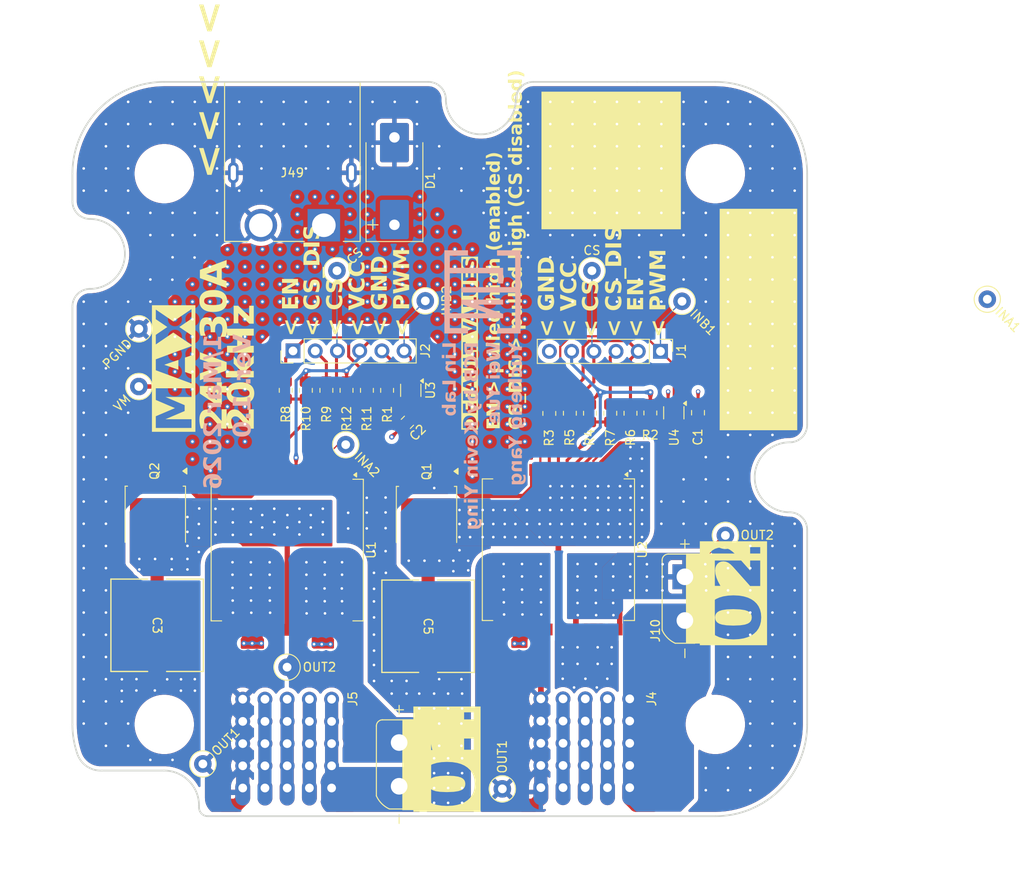
<source format=kicad_pcb>
(kicad_pcb (version 20241229) (generator "pcbnew") (generator_version "9.0")
  (layers (0 "F.Cu" signal) (4 "In1.Cu" signal) (6 "In2.Cu" signal) (2 "B.Cu" signal) (13 "F.Paste" user) (15 "B.Paste" user) (5 "F.SilkS" user "F.Silkscreen") (7 "B.SilkS" user "B.Silkscreen") (1 "F.Mask" user) (3 "B.Mask" user) (25 "Edge.Cuts" user))
  (net 0 "")
  (net 1 "+3V_1")
  (net 2 "VM1")
  (net 3 "INA1")
  (net 4 "Net-(J10-PadP)")
  (net 5 "Net-(Q1-D)")
  (net 6 "Net-(Q1-G)")
  (net 7 "INA2")
  (net 8 "INB2")
  (net 9 "Net-(U2-EN{slash}DIAGA)")
  (net 10 "Net-(U2-EN{slash}DIAGB)")
  (net 11 "Net-(U2-CS_DIS)")
  (net 13 "INB1")
  (net 19 "Net-(J1-Pin_2)")
  (net 20 "Net-(J1-Pin_4)")
  (net 21 "GND1")
  (net 22 "Net-(J1-Pin_3)")
  (net 23 "Net-(Q2-D)")
  (net 24 "Net-(J2-Pin_2)")
  (net 25 "Net-(J2-Pin_3)")
  (net 26 "Net-(J3-Pin_1)")
  (net 27 "Net-(J4-Pin_1)")
  (net 28 "Net-(J5-PadP)")
  (net 29 "Net-(Q2-G)")
  (net 30 "Net-(U1-EN{slash}DIAGA)")
  (net 31 "Net-(U1-EN{slash}DIAGB)")
  (net 32 "Net-(U1-CS_DIS)")
  (net 41 "Net-(J2-Pin_1)")
  (net 42 "PGND1")
  (net 43 "Net-(J3-Pin_2)")
  (net 44 "Net-(J4-Pin_2)")
  (footprint "MountingHole:MountingHole_3.2mm_M3" (layer "F.Cu") (at 200.95 88.225)
    (property "Reference" "H8" (hide yes))
    (property "Value" "MountingHole")
  )
  (footprint "Capacitor_SMD:C_0805_2012Metric_Pad1.18x1.45mm_HandSolder" (layer "F.Cu") (at 261.97 115.57 90)
    (property "Reference" "C1")
    (property "Value" "0.1uF")
  )
  (footprint "TestPoint:TestPoint_Loop_D1.80mm_Drill1.0mm_Beaded" (layer "F.Cu") (at 295.043118 102.587167)
    (property "Reference" "INA1")
    (property "Value" "INB1")
  )
  (footprint "TestPoint:TestPoint_Loop_D1.80mm_Drill1.0mm_Beaded" (layer "F.Cu") (at 214.993118 144.675)
    (property "Reference" "OUT2")
    (property "Value" "OUTA")
  )
  (footprint "MountingHole:MountingHole_3.2mm_M3" (layer "F.Cu") (at 263.95 151.225)
    (property "Reference" "H2" (hide yes))
    (property "Value" "MountingHole")
  )
  (footprint "Resistor_SMD:R_0805_2012Metric_Pad1.20x1.40mm_HandSolder" (layer "F.Cu") (at 247.32 115.63 -90)
    (property "Reference" "R5")
    (property "Value" "1k")
  )
  (footprint "Package_TO_SOT_SMD:TO-252-2" (layer "F.Cu") (at 230.93 127.31 -90)
    (property "Reference" "Q1")
    (property "Value" "FDD8447L")
  )
  (footprint "Resistor_SMD:R_0805_2012Metric_Pad1.20x1.40mm_HandSolder" (layer "F.Cu") (at 251.94 115.63 -90)
    (property "Reference" "R7")
    (property "Value" "1k")
  )
  (footprint "Resistor_SMD:R_0805_2012Metric_Pad1.20x1.40mm_HandSolder" (layer "F.Cu") (at 217.14 113.01 90)
    (property "Reference" "R10")
    (property "Value" "4.7k")
  )
  (footprint "Resistor_SMD:R_0805_2012Metric_Pad1.20x1.40mm_HandSolder" (layer "F.Cu") (at 244.97 115.65 90)
    (property "Reference" "R3")
    (property "Value" "4.7k")
  )
  (footprint "EEH-ZC1H10:CAP_EEH-ZC_10P3X10P3_PAN" (layer "F.Cu") (at 200.133118 139.885 -90)
    (property "Reference" "C3")
    (property "Value" "100uF")
  )
  (footprint "Resistor_SMD:R_0805_2012Metric_Pad1.20x1.40mm_HandSolder" (layer "F.Cu") (at 221.7888 113.01 -90)
    (property "Reference" "R12")
    (property "Value" "4.7k")
  )
  (footprint "Resistor_SMD:R_0805_2012Metric_Pad1.20x1.40mm_HandSolder" (layer "F.Cu") (at 254.25 115.63 -90)
    (property "Reference" "R6")
    (property "Value" "1k")
  )
  (footprint "Resistor_SMD:R_0805_2012Metric_Pad1.20x1.40mm_HandSolder" (layer "F.Cu") (at 226.4244 113.01 -90)
    (property "Reference" "R1")
    (property "Value" "1k")
  )
  (footprint "TestPoint:TestPoint_Loop_D1.80mm_Drill1.0mm_Beaded" (layer "F.Cu") (at 249.843118 99.325)
    (property "Reference" "CS")
    (property "Value" "CS")
  )
  (footprint "EEH-ZC1H10:CAP_EEH-ZC_10P3X10P3_PAN" (layer "F.Cu") (at 231.113118 139.995 -90)
    (property "Reference" "C5")
    (property "Value" "100uF")
  )
  (footprint "Connector_PinHeader_2.54mm:PinHeader_1x06_P2.54mm_Vertical" (layer "F.Cu") (at 257.68 108.55 -90)
    (property "Reference" "J1")
    (property "Value" "Conn_01x06_Pin")
  )
  (footprint "XT60PW-M:AMASS_XT60PW-M" (layer "F.Cu") (at 215.593118 88.125 180)
    (property "Reference" "J49")
    (property "Value" "XT60PW-M")
  )
  (footprint "XT30UPB-M:AMASS_XT30UPB-M" (layer "F.Cu") (at 227.8 155.8 -90)
    (property "Reference" "J5")
    (property "Value" "XT30UPB-M")
  )
  (footprint "Resistor_SMD:R_0805_2012Metric_Pad1.20x1.40mm_HandSolder" (layer "F.Cu") (at 224.12 113.01 90)
    (property "Reference" "R11")
    (property "Value" "4.7k")
  )
  (footprint "TestPoint:TestPoint_Loop_D1.80mm_Drill1.0mm_Beaded" (layer "F.Cu") (at 265.1 129.6)
    (property "Reference" "OUT2")
    (property "Value" "OUTA")
  )
  (footprint "TestPoint:TestPoint_Loop_D1.80mm_Drill1.0mm_Beaded" (layer "F.Cu") (at 205.363118 155.745)
    (property "Reference" "OUT1")
    (property "Value" "OUTB")
  )
  (footprint "MountingHole:MountingHole_3.2mm_M3" (layer "F.Cu") (at 200.95 151.225)
    (property "Reference" "H3" (hide yes))
    (property "Value" "MountingHole")
  )
  (footprint "Capacitor_SMD:C_0805_2012Metric_Pad1.18x1.45mm_HandSolder" (layer "F.Cu") (at 228.743623 116.666377 -135)
    (property "Reference" "C2")
    (property "Value" "0.1uF")
  )
  (footprint "TestPoint:TestPoint_Loop_D1.80mm_Drill1.0mm_Beaded" (layer "F.Cu") (at 198.043118 105.975)
    (property "Reference" "PGND")
    (property "Value" "GND1")
  )
  (footprint "Diode_SMD:D_SMC-RM10_Universal_Handsoldering" (layer "F.Cu") (at 227.263118 89.075 90)
    (property "Reference" "D1")
    (property "Value" "SMCJ18A")
  )
  (footprint "Package_TO_SOT_SMD:SOT-353_SC-70-5" (layer "F.Cu") (at 229.13 113.01 -90)
    (property "Reference" "U3")
    (property "Value" "NC7SVU04P5X")
  )
  (footprint "Package_TO_SOT_SMD:TO-252-2" (layer "F.Cu") (at 199.9275 127.28 -90)
    (property "Reference" "Q2")
    (property "Value" "FDD8447L")
  )
  (footprint "Resistor_SMD:R_0805_2012Metric_Pad1.20x1.40mm_HandSolder" (layer "F.Cu") (at 249.62 115.63 -90)
    (property "Reference" "R4")
    (property "Value" "4.7k")
  )
  (footprint "Resistor_SMD:R_0805_2012Metric_Pad1.20x1.40mm_HandSolder" (layer "F.Cu") (at 256.52 115.6 90)
    (property "Reference" "R2")
    (property "Value" "4.7k")
  )
  (footprint "MountingHole:MountingHole_3.2mm_M3" (layer "F.Cu") (at 263.95 88.225)
    (property "Reference" "H1" (hide yes))
    (property "Value" "MountingHole")
  )
  (footprint "TestPoint:TestPoint_Loop_D1.80mm_Drill1.0mm_Beaded" (layer "F.Cu") (at 220.693118 99.325)
    (property "Reference" "CS")
    (property "Value" "CS")
  )
  (footprint "TestPoint:TestPoint_Loop_D1.80mm_Drill1.0mm_Beaded" (layer "F.Cu") (at 221.693118 119.225)
    (property "Reference" "INA2")
    (property "Value" "INB2")
  )
  (footprint "TestPoint:TestPoint_Loop_D1.80mm_Drill1.0mm_Beaded" (layer "F.Cu") (at 198.043118 112.575)
    (property "Reference" "VM")
    (property "Value" "VM1")
  )
  (footprint "TestPoint:TestPoint_Loop_D1.80mm_Drill1.0mm_Beaded" (layer "F.Cu") (at 260.143118 102.825)
    (property "Reference" "INB1")
    (property "Value" "INA1")
  )
  (footprint "Connector_PinHeader_2.54mm:PinHeader_1x06_P2.54mm_Vertical" (layer "F.Cu") (at 215.67 108.5 90)
    (property "Reference" "J2")
    (property "Value" "Conn_01x06_Pin")
  )
  (footprint "Package_TO_SOT_SMD:SOT-353_SC-70-5" (layer "F.Cu") (at 259.2025 115.58 -90)
    (property "Reference" "U4")
    (property "Value" "NC7SVU04P5X")
  )
  (footprint "Resistor_SMD:R_0805_2012Metric_Pad1.20x1.40mm_HandSolder" (layer "F.Cu") (at 219.4844 113.01 -90)
    (property "Reference" "R9")
    (property "Value" "1k")
  )
  (footprint "XT30UPB-M:AMASS_XT30UPB-M" (layer "F.Cu") (at 260.47 136.84 -90)
    (property "Reference" "J10")
    (property "Value" "XT30UPB-M")
  )
  (footprint "TestPoint:TestPoint_Loop_D1.80mm_Drill1.0mm_Beaded" (layer "F.Cu") (at 230.793118 102.775)
    (property "Reference" "INB2")
    (property "Value" "INA2")
  )
  (footprint "Package_SO:ST_MultiPowerSO-30" (layer "F.Cu") (at 215.01 131.28 -90)
    (property "Reference" "U1")
    (property "Value" "VNH5019A-E")
  )
  (footprint "Package_SO:ST_MultiPowerSO-30" (layer "F.Cu") (at 246.01 131.24 -90)
    (property "Reference" "U2")
    (property "Value" "VNH5019A-E")
  )
  (footprint "Resistor_SMD:R_0805_2012Metric_Pad1.20x1.40mm_HandSolder" (layer "F.Cu") (at 214.8356 113.01 -90)
    (property "Reference" "R8")
    (property "Value" "1k")
  )
  (footprint "TestPoint:TestPoint_Loop_D1.80mm_Drill1.0mm_Beaded" (layer "F.Cu") (at 239.6 158.6)
    (property "Reference" "OUT1")
    (property "Value" "OUTB")
  )
  (footprint "PinHeader_1x04_P2.54mm_Vertical.kicad_mod:matrix5x5" (layer "B.Cu") (at 244 148.3 -90)
    (property "Reference" "J4")
    (property "Value" "Conn_01x02_Pin" (hide yes))
  )
  (footprint "PinHeader_1x04_P2.54mm_Vertical.kicad_mod:matrix5x5" (layer "B.Cu") (at 209.92 148.34 -90)
    (property "Reference" "J3" (hide yes))
    (property "Value" "Conn_01x02_Pin" (hide yes))
  )
  (footprint "LOGO" (layer "B.Cu") (at 237.503808 101.865298 -90)
    (property "Reference" "G***" (hide yes))
    (property "Value" "LOGO" (hide yes))
  )
  (gr_rect (start 264.448118 92.239999) (end 273.313118 117.571932) (fill yes) (layer "F.SilkS"))
  (gr_rect (start 244.073118 78.845) (end 260.013118 94.585) (fill yes) (layer "F.SilkS"))
  (gr_rect (start 228.173118 150.649999) (end 236.993118 152.840002) (fill yes) (layer "F.SilkS"))
  (gr_rect (start 260.603118 131.674997) (end 269.733118 132.475395) (fill yes) (layer "F.SilkS"))
  (gr_rect (start 228.163118 152.419998) (end 231.463118 161.030001) (fill yes) (layer "F.SilkS"))
  (gr_rect (start 260.593118 132.124997) (end 263.893118 141.975) (fill yes) (layer "F.SilkS"))
  (gr_line (start 231.134383 77.725019) (end 200.930026 77.725019) (stroke (width 0.2)) (layer "Edge.Cuts"))
  (gr_line (start 190.45 103.415524) (end 190.45 151.225) (stroke (width 0.2)) (layer "Edge.Cuts"))
  (gr_arc (start 274.45 116.949334) (mid 273.864233 118.372283) (end 272.450019 118.958069) (stroke (width 0.2)) (layer "Edge.Cuts"))
  (gr_line (start 263.95 77.725) (end 255 77.725) (stroke (width 0.2)) (layer "Edge.Cuts"))
  (gr_arc (start 263.95 77.725) (mid 271.374621 80.800379) (end 274.45 88.225) (stroke (width 0.2)) (layer "Edge.Cuts"))
  (gr_arc (start 231.134383 77.725019) (mid 232.557332 78.310786) (end 233.143118 79.725) (stroke (width 0.2)) (layer "Edge.Cuts"))
  (gr_arc (start 191.009751 154.597451) (mid 190.590888 152.934294) (end 190.449999 151.225) (stroke (width 0.2)) (layer "Edge.Cuts"))
  (gr_arc (start 192.449981 93.406789) (mid 191.035767 92.821003) (end 190.45 91.406807) (stroke (width 0.2)) (layer "Edge.Cuts"))
  (gr_arc (start 274.45 151.225) (mid 271.374621 158.649621) (end 263.95 161.725) (stroke (width 0.2)) (layer "Edge.Cuts"))
  (gr_arc (start 241.143099 79.725) (mid 237.143099 83.725) (end 233.143099 79.725) (stroke (width 0.2)) (layer "Edge.Cuts"))
  (gr_arc (start 272.450019 126.958069) (mid 273.864233 127.543855) (end 274.45 128.958051) (stroke (width 0.2)) (layer "Edge.Cuts"))
  (gr_arc (start 190.45 103.415524) (mid 191.035767 101.992575) (end 192.449981 101.406789) (stroke (width 0.2)) (layer "Edge.Cuts"))
  (gr_arc (start 205.923118 161.725) (mid 205.216 161.432113) (end 204.923118 160.725) (stroke (width 0.2)) (layer "Edge.Cuts"))
  (gr_line (start 274.44993 128.958051) (end 274.44993 151.225) (stroke (width 0.2)) (layer "Edge.Cuts"))
  (gr_arc (start 272.450019 126.958069) (mid 268.450019 122.958069) (end 272.450019 118.958069) (stroke (width 0.2)) (layer "Edge.Cuts"))
  (gr_line (start 274.45 88.225) (end 274.45 116.949334) (stroke (width 0.2)) (layer "Edge.Cuts"))
  (gr_arc (start 200.9231 156.505) (mid 203.751545 157.676573) (end 204.923118 160.505) (stroke (width 0.2)) (layer "Edge.Cuts"))
  (gr_arc (start 190.45 88.225) (mid 193.525379 80.800379) (end 200.930026 77.725019) (stroke (width 0.2)) (layer "Edge.Cuts"))
  (gr_line (start 243.1431 77.725019) (end 255 77.725019) (stroke (width 0.2)) (layer "Edge.Cuts"))
  (gr_line (start 204.923118 160.505) (end 204.923118 160.725) (stroke (width 0.2)) (layer "Edge.Cuts"))
  (gr_arc (start 241.143118 79.725) (mid 241.728904 78.310786) (end 243.1431 77.725019) (stroke (width 0.2)) (layer "Edge.Cuts"))
  (gr_arc (start 193.823093 156.505) (mid 192.096136 156.023638) (end 191.009751 154.597478) (stroke (width 0.2)) (layer "Edge.Cuts"))
  (gr_line (start 263.95 161.725) (end 205.923118 161.725) (stroke (width 0.2)) (layer "Edge.Cuts"))
  (gr_line (start 190.45 91.406807) (end 190.45 88.225) (stroke (width 0.2)) (layer "Edge.Cuts"))
  (gr_line (start 193.823093 156.505) (end 200.9231 156.505) (stroke (width 0.2)) (layer "Edge.Cuts"))
  (gr_arc (start 192.45 93.406789) (mid 196.45 97.406789) (end 192.45 101.406789) (stroke (width 0.2)) (layer "Edge.Cuts"))
  (gr_text "<<<<<" (at 207.943118 88.875 90) (layer "F.SilkS") (effects (font (size 3 3.5) (thickness 0.3) (bold yes)) (justify left bottom)))
  (gr_text "< EN" (at 256 106.95 90) (layer "F.SilkS") (effects (font (size 1.8 1.8) (thickness 0.3) (bold yes)) (justify left bottom)))
  (gr_text "< VCC\n" (at 224.15 106.85 90) (layer "F.SilkS") (effects (font (size 1.8 1.8) (thickness 0.3) (bold yes)) (justify left bottom)))
  (gr_text "MAX" (at 204.743118 117.825 90) (layer "F.SilkS" knockout) (effects (font (size 4 4) (thickness 0.3) (bold yes)) (justify left bottom)))
  (gr_text "< CS_DIS" (at 219 106.85 90) (layer "F.SilkS") (effects (font (size 1.8 1.8) (thickness 0.3) (bold yes)) (justify left bottom)))
  (gr_text "20kHz\n" (at 211.693118 117.725 90) (layer "F.SilkS") (effects (font (size 3 3) (thickness 0.3) (bold yes)) (justify left bottom)))
  (gr_text "< GND" (at 245.8 106.95 90) (layer "F.SilkS") (effects (font (size 1.8 1.8) (thickness 0.3) (bold yes)) (justify left bottom)))
  (gr_text "< CS_DIS" (at 253.5 106.95 90) (layer "F.SilkS") (effects (font (size 1.8 1.8) (thickness 0.3) (bold yes)) (justify left bottom)))
  (gr_text "< PWM" (at 258.55 106.95 90) (layer "F.SilkS") (effects (font (size 1.8 1.8) (thickness 0.3) (bold yes)) (justify left bottom)))
  (gr_text "24V 30A " (at 208.593118 117.725 90) (layer "F.SilkS") (effects (font (size 3 3) (thickness 0.3) (bold yes)) (justify left bottom)))
  (gr_text "< CS" (at 221.6 106.85 90) (layer "F.SilkS") (effects (font (size 1.8 1.8) (thickness 0.3) (bold yes)) (justify left bottom)))
  (gr_text "\nEN > pulled high (enabled)\nCS_DIS > pulled high (CS disabled)" (at 242.083118 117.535 90) (layer "F.SilkS") (effects (font (size 1.5 1.5) (thickness 0.3) (bold yes)) (justify left bottom)))
  (gr_text "02" (at 270.1 141.9 90) (layer "F.SilkS" knockout) (effects (font (size 6 6) (thickness 0.3) (bold yes)) (justify left bottom)))
  (gr_text "< CS" (at 250.85 107 90) (layer "F.SilkS") (effects (font (size 1.8 1.8) (thickness 0.3) (bold yes)) (justify left bottom)))
  (gr_text "< VCC\n" (at 248.35 106.95 90) (layer "F.SilkS") (effects (font (size 1.8 1.8) (thickness 0.3) (bold yes)) (justify left bottom)))
  (gr_text "< PWM" (at 229.25 106.85 90) (layer "F.SilkS") (effects (font (size 1.8 1.8) (thickness 0.3) (bold yes)) (justify left bottom)))
  (gr_text "01" (at 237.35 160.95 90) (layer "F.SilkS" knockout) (effects (font (size 6 6) (thickness 0.3) (bold yes)) (justify left bottom)))
  (gr_text "< EN" (at 216.55 106.85 90) (layer "F.SilkS") (effects (font (size 1.8 1.8) (thickness 0.3) (bold yes)) (justify left bottom)))
  (gr_text "DEFAULT VALUES" (at 236.883118 117.535 90) (layer "F.SilkS" knockout) (effects (font (size 1.5 1.5) (thickness 0.3) (bold yes)) (justify left bottom)))
  (gr_text "< GND" (at 226.7 106.85 90) (layer "F.SilkS") (effects (font (size 1.8 1.8) (thickness 0.3) (bold yes)) (justify left bottom)))
  (gr_text "Lin Lab\nPCB by Kevin Ying\nWei Yue\nYucheng Yang" (at 242.083118 107.445 90) (layer "B.SilkS") (effects (font (size 1.5 1.5) (thickness 0.3) (bold yes)) (justify left bottom mirror)))
  (gr_text "1/Mar 2026\nVer. 1.0" (at 208.303118 106.555 90) (layer "B.SilkS") (effects (font (size 2 2) (bold yes)) (justify left mirror)))
  (segment (start 217.54 158.5) (end 217.54 148.4) (width 1.5) (layer "F.Cu") (net 0))
  (segment (start 215 148.34) (end 215 158.46) (width 1.5) (layer "F.Cu") (net 0))
  (segment (start 251.62 158.96) (end 251.62 148.3) (width 1.5) (layer "F.Cu") (net 0))
  (segment (start 212.46 148.52) (end 212.42 148.48) (width 1.5) (layer "F.Cu") (net 0))
  (segment (start 215 158.46) (end 215.02 158.48) (width 1.5) (layer "F.Cu") (net 0))
  (segment (start 246.54 158.96) (end 246.54 148.3) (width 1.5) (layer "F.Cu") (net 0))
  (segment (start 212.46 158.5) (end 212.46 148.52) (width 1.5) (layer "F.Cu") (net 0))
  (segment (start 249.08 148.3) (end 249.08 158.96) (width 1.5) (layer "F.Cu") (net 0))
  (segment (start 217.54 148.4) (end 217.52 148.38) (width 1.5) (layer "F.Cu") (net 0))
  (segment (start 251.62 158.46) (end 251.62 148.3) (width 1.5) (layer "B.Cu") (net 0))
  (segment (start 217.54 158.5) (end 217.54 148.34) (width 1.5) (layer "B.Cu") (net 0))
  (segment (start 246.54 158.46) (end 246.54 148.3) (width 1.5) (layer "B.Cu") (net 0))
  (segment (start 212.46 158.5) (end 212.46 148.34) (width 1.5) (layer "B.Cu") (net 0))
  (segment (start 215 148.34) (end 215 158.5) (width 1.5) (layer "B.Cu") (net 0))
  (segment (start 249.08 148.3) (end 249.08 158.46) (width 1.5) (layer "B.Cu") (net 0))
  (segment (start 244.975 114.645) (end 244.97 114.65) (width 0.35) (layer "F.Cu") (net 1))
  (segment (start 217.147677 112.002323) (end 217.14 112.01) (width 0.35) (layer "F.Cu") (net 1))
  (segment (start 229.02 106.99) (end 230.356 108.326) (width 0.35) (layer "F.Cu") (net 1))
  (segment (start 229.78 115.63) (end 229.477246 115.932754) (width 0.35) (layer "F.Cu") (net 1))
  (segment (start 224.8 106.99) (end 229.02 106.99) (width 0.35) (layer "F.Cu") (net 1))
  (segment (start 250.8 113.23) (end 249.62 114.41) (width 0.35) (layer "F.Cu") (net 1))
  (segment (start 229.78 113.96) (end 229.78 115.63) (width 0.35) (layer "F.Cu") (net 1))
  (segment (start 221.79 112.0088) (end 221.7888 112.01) (width 0.35) (layer "F.Cu") (net 1))
  (segment (start 217.147677 110.77) (end 217.147677 112.002323) (width 0.35) (layer "F.Cu") (net 1))
  (segment (start 259.8525 116.53) (end 261.8925 116.53) (width 0.35) (layer "F.Cu") (net 1))
  (segment (start 230.356 113.384) (end 229.78 113.96) (width 0.35) (layer "F.Cu") (net 1))
  (segment (start 258.9725 115.65) (end 259.8525 116.53) (width 0.35) (layer "F.Cu") (net 1))
  (segment (start 249.62 114.41) (end 249.62 114.63) (width 0.35) (layer "F.Cu") (net 1))
  (segment (start 256.525 113.23) (end 256.525 114.605) (width 0.35) (layer "F.Cu") (net 1))
  (segment (start 247.01 121.01) (end 247.01 122.115) (width 0.35) (layer "F.Cu") (net 1))
  (segment (start 248.93 119.09) (end 247.01 121.01) (width 0.35) (layer "F.Cu") (net 1))
  (segment (start 257.57 115.65) (end 258.9725 115.65) (width 0.35) (layer "F.Cu") (net 1))
  (segment (start 256.525 114.595) (end 256.52 114.6) (width 0.35) (layer "F.Cu") (net 1))
  (segment (start 256.525 114.605) (end 257.57 115.65) (width 0.35) (layer "F.Cu") (net 1))
  (segment (start 261.8925 116.53) (end 261.97 116.6075) (width 0.35) (layer "F.Cu") (net 1))
  (segment (start 230.356 108.326) (end 230.356 113.384) (width 0.35) (layer "F.Cu") (net 1))
  (segment (start 216.02 122.145) (end 216.01 122.155) (width 0.35) (layer "F.Cu") (net 1))
  (segment (start 224.12 112.01) (end 221.7888 112.01) (width 0.35) (layer "F.Cu") (net 1))
  (segment (start 256.525 113.23) (end 256.525 114.595) (width 0.35) (layer "F.Cu") (net 1))
  (segment (start 216.02 120.71) (end 216.02 122.145) (width 0.35) (layer "F.Cu") (net 1))
  (segment (start 221.79 110.75) (end 221.79 112.0088) (width 0.35) (layer "F.Cu") (net 1))
  (segment (start 223.29 108.5) (end 224.8 106.99) (width 0.35) (layer "F.Cu") (net 1))
  (via (at 216.02 120.71) (size 0.6) (drill 0.3) (layers "F.Cu" "B.Cu") (net 1))
  (via (at 250.8 113.23) (size 0.7) (drill 0.3) (layers "F.Cu" "B.Cu") (net 1))
  (via (at 248.93 119.09) (size 0.7) (drill 0.3) (layers "F.Cu" "B.Cu") (net 1))
  (via (at 256.525 113.23) (size 0.7) (drill 0.3) (layers "F.Cu" "B.Cu") (net 1))
  (via (at 221.79 110.75) (size 0.6) (drill 0.3) (layers "F.Cu" "B.Cu") (net 1))
  (via (at 217.147677 110.77) (size 0.6) (drill 0.3) (layers "F.Cu" "B.Cu") (net 1))
  (segment (start 223.29 109.25) (end 223.29 108.5) (width 0.35) (layer "B.Cu") (net 1))
  (segment (start 247.81 108.55) (end 247.52 108.55) (width 0.35) (layer "B.Cu") (net 1))
  (segment (start 221.77 110.77) (end 221.79 110.75) (width 0.35) (layer "B.Cu") (net 1))
  (segment (start 247.52 109.95) (end 247.52 108.55) (width 0.35) (layer "B.Cu") (net 1))
  (segment (start 217.147677 110.77) (end 216.02 111.897677) (width 0.35) (layer "B.Cu") (net 1))
  (segment (start 216.02 111.897677) (end 216.02 120.71) (width 0.35) (layer "B.Cu") (net 1))
  (segment (start 221.79 110.75) (end 223.29 109.25) (width 0.35) (layer "B.Cu") (net 1))
  (segment (start 250.8 113.23) (end 247.52 109.95) (width 0.35) (layer "B.Cu") (net 1))
  (segment (start 256.525 113.23) (end 250.8 113.23) (width 0.35) (layer "B.Cu") (net 1))
  (segment (start 248.93 119.09) (end 250.8 117.22) (width 0.35) (layer "B.Cu") (net 1))
  (segment (start 250.8 117.22) (end 250.8 113.23) (width 0.35) (layer "B.Cu") (net 1))
  (segment (start 217.147677 110.77) (end 221.77 110.77) (width 0.35) (layer "B.Cu") (net 1))
  (segment (start 201.08 119.33) (end 200.08 119.33) (width 2) (layer "F.Cu") (net 2))
  (segment (start 228.65 122.27) (end 229.37 122.27) (width 2) (layer "F.Cu") (net 2))
  (segment (start 233.46 116.61) (end 233.46 119.61) (width 2) (layer "F.Cu") (net 2))
  (segment (start 228.65 122.27) (end 228.65 120.94) (width 2) (layer "F.Cu") (net 2))
  (segment (start 241.98 120.2) (end 241.98 123.225) (width 0.5) (layer "F.Cu") (net 2))
  (segment (start 233.153118 118.905) (end 233.153118 119.365) (width 2) (layer "F.Cu") (net 2))
  (segment (start 242.01 120.23) (end 241.98 120.2) (width 0.5) (layer "F.Cu") (net 2))
  (segment (start 229.37 122.27) (end 232.7 118.94) (width 2) (layer "F.Cu") (net 2))
  (segment (start 201.763118 118.124382) (end 201.763118 117.675) (width 2) (layer "F.Cu") (net 2))
  (segment (start 202.7 116.2) (end 202.07 116.83) (width 2) (layer "F.Cu") (net 2))
  (segment (start 198.493118 112.575) (end 200.593118 112.575) (width 0.5) (layer "F.Cu") (net 2))
  (segment (start 201.218118 116.2) (end 202.7 116.2) (width 2) (layer "F.Cu") (net 2))
  (segment (start 197.6475 122.24) (end 201.763118 118.124382) (width 2) (layer "F.Cu") (net 2))
  (segment (start 233.153118 119.365) (end 233.303118 119.515) (width 2) (layer "F.Cu") (net 2))
  (segment (start 228.65 122.27) (end 229.788118 122.27) (width 2) (layer "F.Cu") (net 2))
  (segment (start 241.98 123.225) (end 241.555 123.65) (width 0.35) (layer "F.Cu") (net 2))
  (segment (start 229.788118 122.27) (end 233.153118 118.905) (width 2) (layer "F.Cu") (net 2))
  (segment (start 228.65 120.94) (end 233.22 116.37) (width 2) (layer "F.Cu") (net 2))
  (segment (start 233.22 116.37) (end 233.46 116.61) (width 2) (layer "F.Cu") (net 2))
  (segment (start 197.6475 122.24) (end 198.66 122.24) (width 2) (layer "F.Cu") (net 2))
  (segment (start 242.01 122.115) (end 242.01 120.23) (width 0.5) (layer "F.Cu") (net 2))
  (segment (start 202.07 116.83) (end 202.07 118.34) (width 2) (layer "F.Cu") (net 2))
  (segment (start 211.01 120.04) (end 210.96 119.99) (width 0.5) (layer "F.Cu") (net 2))
  (segment (start 200.593118 112.575) (end 200.643118 112.525) (width 0.5) (layer "F.Cu") (net 2))
  (segment (start 202.07 118.34) (end 201.08 119.33) (width 2) (layer "F.Cu") (net 2))
  (segment (start 211.01 122.155) (end 211.01 123.25) (width 0.5) (layer "F.Cu") (net 2))
  (segment (start 202.07 118.83) (end 202.07 118.34) (width 2) (layer "F.Cu") (net 2))
  (segment (start 197.6475 122.24) (end 197.6475 119.770618) (width 2) (layer "F.Cu") (net 2))
  (segment (start 211.01 122.155) (end 211.01 120.04) (width 0.5) (layer "F.Cu") (net 2))
  (segment (start 198.66 122.24) (end 202.07 118.83) (width 2) (layer "F.Cu") (net 2))
  (segment (start 232.7 118.94) (end 230.98 120.66) (width 2) (layer "F.Cu") (net 2))
  (segment (start 197.6475 119.770618) (end 201.218118 116.2) (width 2) (layer "F.Cu") (net 2))
  (via (at 212.17 98.875) (size 0.6) (drill 0.3) (layers "F.Cu" "B.Cu") (net 2))
  (via (at 238.17 118.875) (size 0.6) (drill 0.3) (layers "F.Cu" "B.Cu") (net 2))
  (via (at 238.17 98.875) (size 0.6) (drill 0.3) (layers "F.Cu" "B.Cu") (net 2))
  (via (at 210.17 98.875) (size 0.6) (drill 0.3) (layers "F.Cu" "B.Cu") (net 2))
  (via (at 240.17 110.875) (size 0.6) (drill 0.3) (layers "F.Cu" "B.Cu") (net 2))
  (via (at 242.17 102.875) (size 0.6) (drill 0.3) (layers "F.Cu" "B.Cu") (net 2))
  (via (at 220.17 96.875) (size 0.6) (drill 0.3) (layers "F.Cu" "B.Cu") (net 2))
  (via (at 206.243118 122.2) (size 0.6) (drill 0.3) (layers "F.Cu" "B.Cu") (net 2))
  (via (at 238.17 116.875) (size 0.6) (drill 0.3) (layers "F.Cu" "B.Cu") (net 2))
  (via (at 218.17 100.875) (size 0.6) (drill 0.3) (layers "F.Cu" "B.Cu") (net 2))
  (via (at 204.17 100.875) (size 0.6) (drill 0.3) (layers "F.Cu" "B.Cu") (net 2))
  (via (at 234.17 106.875) (size 0.6) (drill 0.3) (layers "F.Cu" "B.Cu") (net 2))
  (via (at 206.17 106.875) (size 0.6) (drill 0.3) (layers "F.Cu" "B.Cu") (net 2))
  (via (at 208.17 114.875) (size 0.6) (drill 0.3) (layers "F.Cu" "B.Cu") (net 2))
  (via (at 204.17 102.875) (size 0.6) (drill 0.3) (layers "F.Cu" "B.Cu") (net 2))
  (via (at 230.17 92.875) (size 0.6) (drill 0.3) (layers "F.Cu" "B.Cu") (net 2))
  (via (at 234.17 96.875) (size 0.6) (drill 0.3) (layers "F.Cu" "B.Cu") (net 2))
  (via (at 218.17 104.875) (size 0.6) (drill 0.3) (layers "F.Cu" "B.Cu") (net 2))
  (via (at 242.17 112.875) (size 0.6) (drill 0.3) (layers "F.Cu" "B.Cu") (net 2))
  (via (at 224.17 100.875) (size 0.6) (drill 0.3) (layers "F.Cu" "B.Cu") (net 2))
  (via (at 222.17 100.875) (size 0.6) (drill 0.3) (layers "F.Cu" "B.Cu") (net 2))
  (via (at 238.17 114.875) (size 0.6) (drill 0.3) (layers "F.Cu" "B.Cu") (net 2))
  (via (at 210.17 102.875) (size 0.6) (drill 0.3) (layers "F.Cu" "B.Cu") (net 2))
  (via (at 230.17 100.875) (size 0.6) (drill 0.3) (layers "F.Cu" "B.Cu") (net 2))
  (via (at 240.17 108.875) (size 0.6) (drill 0.3) (layers "F.Cu" "B.Cu") (net 2))
  (via (at 240.17 112.875) (size 0.6) (drill 0.3) (layers "F.Cu" "B.Cu") (net 2))
  (via (at 204.17 112.875) (size 0.6) (drill 0.3) (layers "F.Cu" "B.Cu") (net 2))
  (via (at 216.17 92.875) (size 0.6) (drill 0.3) (layers "F.Cu" "B.Cu") (net 2))
  (via (at 212.17 104.875) (size 0.6) (drill 0.3) (layers "F.Cu" "B.Cu") (net 2))
  (via (at 234.17 102.875) (size 0.6) (drill 0.3) (layers "F.Cu" "B.Cu") (net 2))
  (via (at 220.17 94.875) (size 0.6) (drill 0.3) (layers "F.Cu" "B.Cu") (net 2))
  (via (at 228.17 98.875) (size 0.6) (drill 0.3) (layers "F.Cu" "B.Cu") (net 2))
  (via (at 202.17 106.875) (size 0.6) (drill 0.3) (layers "F.Cu" "B.Cu") (net 2))
  (via (at 226.17 96.875) (size 0.6) (drill 0.3) (layers "F.Cu" "B.Cu") (net 2))
  (via (at 216.17 90.875) (size 0.6) (drill 0.3) (layers "F.Cu" "B.Cu") (net 2))
  (via (at 234.17 94.875) (size 0.6) (drill 0.3) (layers "F.Cu" "B.Cu") (net 2))
  (via (at 232.17 96.875) (size 0.6) (drill 0.3) (layers "F.Cu" "B.Cu") (net 2))
  (via (at 206.17 98.875) (size 0.6) (drill 0.3) (layers "F.Cu" "B.Cu") (net 2))
  (via (at 238.17 102.875) (size 0.6) (drill 0.3) (layers "F.Cu" "B.Cu") (net 2))
  (via (at 236.17 106.875) (size 0.6) (drill 0.3) (layers "F.Cu" "B.Cu") (net 2))
  (via (at 218.17 96.875) (size 0.6) (drill 0.3) (layers "F.Cu" "B.Cu") (net 2))
  (via (at 210.17 116.875) (size 0.6) (drill 0.3) (layers "F.Cu" "B.Cu") (net 2))
  (via (at 216.17 102.875) (size 0.6) (drill 0.3) (layers "F.Cu" "B.Cu") (net 2))
  (via (at 208.17 110.875) (size 0.6) (drill 0.3) (layers "F.Cu" "B.Cu") (net 2))
  (via (at 232.17 98.875) (size 0.6) (drill 0.3) (layers "F.Cu" "B.Cu") (net 2))
  (via (at 238.17 110.875) (size 0.6) (drill 0.3) (layers "F.Cu" "B.Cu") (net 2))
  (via (at 206.17 116.875) (size 0.6) (drill 0.3) (layers "F.Cu" "B.Cu") (net 2))
  (via (at 224.17 92.875) (size 0.6) (drill 0.3) (layers "F.Cu" "B.Cu") (net 2))
  (via (at 232.17 106.875) (size 0.6) (drill 0.3) (layers "F.Cu" "B.Cu") (net 2))
  (via (at 236.17 102.875) (size 0.6) (drill 0.3) (layers "F.Cu" "B.Cu") (net 2))
  (via (at 204.17 120.875) (size 0.6) (drill 0.3) (layers "F.Cu" "B.Cu") (net 2))
  (via (at 212.17 100.875) (size 0.6) (drill 0.3) (layers "F.Cu" "B.Cu") (net 2))
  (via (at 204.17 106.875) (size 0.6) (drill 0.3) (layers "F.Cu" "B.Cu") (net 2))
  (via (at 208.17 108.875) (size 0.6) (drill 0.3) (layers "F.Cu" "B.Cu") (net 2))
  (via (at 242.17 116.875) (size 0.6) (drill 0.3) (layers "F.Cu" "B.Cu") (net 2))
  (via (at 234.17 98.875) (size 0.6) (drill 0.3) (layers "F.Cu" "B.Cu") (net 2))
  (via (at 228.17 100.875) (size 0.6) (drill 0.3) (layers "F.Cu" "B.Cu") (net 2))
  (via (at 210.17 110.875) (size 0.6) (drill 0.3) (layers "F.Cu" "B.Cu") (net 2))
  (via (at 210.17 108.875) (size 0.6) (drill 0.3) (layers "F.Cu" "B.Cu") (net 2))
  (via (at 236.17 104.875) (size 0.6) (drill 0.3) (layers "F.Cu" "B.Cu") (net 2))
  (via (at 224.17 102.875) (size 0.6) (drill 0.3) (layers "F.Cu" "B.Cu") (net 2))
  (via (at 222.17 96.875) (size 0.6) (drill 0.3) (layers "F.Cu" "B.Cu") (net 2))
  (via (at 210.17 112.875) (size 0.6) (drill 0.3) (layers "F.Cu" "B.Cu") (net 2))
  (via (at 238.17 100.875) (size 0.6) (drill 0.3) (layers "F.Cu" "B.Cu") (net 2))
  (via (at 212.17 102.875) (size 0.6) (drill 0.3) (layers "F.Cu" "B.Cu") (net 2))
  (via (at 206.17 118.875) (size 0.6) (drill 0.3) (layers "F.Cu" "B.Cu") (net 2))
  (via (at 224.17 96.875) (size 0.6) (drill 0.3) (layers "F.Cu" "B.Cu") (net 2))
  (via (at 232.17 104.875) (size 0.6) (drill 0.3) (layers "F.Cu" "B.Cu") (net 2))
  (via (at 206.17 110.875) (size 0.6) (drill 0.3) (layers "F.Cu" "B.Cu") (net 2))
  (via (at 228.17 102.875) (size 0.6) (drill 0.3) (layers "F.Cu" "B.Cu") (net 2))
  (via (at 214.17 98.875) (size 0.6) (drill 0.3) (layers "F.Cu" "B.Cu") (net 2))
  (via (at 214.17 104.875) (size 0.6) (drill 0.3) (layers "F.Cu" "B.Cu") (net 2))
  (via (at 206.17 100.875) (size 0.6) (drill 0.3) (layers "F.Cu" "B.Cu") (net 2))
  (via (at 230.17 90.875) (size 0.6) (drill 0.3) (layers "F.Cu" "B.Cu") (net 2))
  (via (at 242.17 104.875) (size 0.6) (drill 0.3) (layers "F.Cu" "B.Cu") (net 2))
  (via (at 240.17 106.875) (size 0.6) (drill 0.3) (layers "F.Cu" "B.Cu") (net 2))
  (via (at 240.17 114.875) (size 0.6) (drill 0.3) (layers "F.Cu" "B.Cu") (net 2))
  (via (at 204.17 118.875) (size 0.6) (drill 0.3) (layers "F.Cu" "B.Cu") (net 2))
  (via (at 236.17 120.875) (size 0.6) (drill 0.3) (layers "F.Cu" "B.Cu") (net 2))
  (via (at 222.17 90.875) (size 0.6) (drill 0.3) (layers "F.Cu" "B.Cu") (net 2))
  (via (at 210.17 106.875) (size 0.6) (drill 0.3) (layers "F.Cu" "B.Cu") (net 2))
  (via (at 230.17 98.875) (size 0.6) (drill 0.3) (layers "F.Cu" "B.Cu") (net 2))
  (via (at 214.17 102.875) (size 0.6) (drill 0.3) (layers "F.Cu" "B.Cu") (net 2))
  (via (at 210.17 100.875) (size 0.6) (drill 0.3) (layers "F.Cu" "B.Cu") (net 2))
  (via (at 222.17 104.875) (size 0.6) (drill 0.3) (layers "F.Cu" "B.Cu") (net 2))
  (via (at 236.17 96.875) (size 0.6) (drill 0.3) (layers "F.Cu" "B.Cu") (net 2))
  (via (at 236.17 112.875) (size 0.6) (drill 0.3) (layers "F.Cu" "B.Cu") (net 2))
  (via (at 236.17 100.875) (size 0.6) (drill 0.3) (layers "F.Cu" "B.Cu") (net 2))
  (via (at 216.17 98.875) (size 0.6) (drill 0.3) (layers "F.Cu" "B.Cu") (net 2))
  (via (at 204.17 104.875) (size 0.6) (drill 0.3) (layers "F.Cu" "B.Cu") (net 2))
  (via (at 210.17 114.875) (size 0.6) (drill 0.3) (layers "F.Cu" "B.Cu") (net 2))
  (via (at 242.17 114.875) (size 0.6) (drill 0.3) (layers "F.Cu" "B.Cu") (net 2))
  (via (at 210.17 118.875) (size 0.6) (drill 0.3) (layers "F.Cu" "B.Cu") (net 2))
  (via (at 216.17 104.875) (size 0.6) (drill 0.3) (layers "F.Cu" "B.Cu") (net 2))
  (via (at 212.17 106.875) (size 0.6) (drill 0.3) (layers "F.Cu" "B.Cu") (net 2))
  (via (at 208.17 102.875) (size 0.6) (drill 0.3) (layers "F.Cu" "B.Cu") (net 2))
  (via (at 240.17 100.875) (size 0.6) (drill 0.3) (layers "F.Cu" "B.Cu") (net 2))
  (via (at 234.17 100.875) (size 0.6) (drill 0.3) (layers "F.Cu" "B.Cu") (net 2))
  (via (at 220.17 90.875) (size 0.6) (drill 0.3) (layers "F.Cu" "B.Cu") (net 2))
  (via (at 202.17 110.875) (size 0.6) (drill 0.3) (layers "F.Cu" "B.Cu") (net 2))
  (via (at 240.17 102.875) (size 0.6) (drill 0.3) (layers "F.Cu" "B.Cu") (net 2))
  (via (at 238.17 104.875) (size 0.6) (drill 0.3) (layers "F.Cu" "B.Cu") (net 2))
  (via (at 218.17 94.875) (size 0.6) (drill 0.3) (layers "F.Cu" "B.Cu") (net 2))
  (via (at 236.17 122.875) (size 0.6) (drill 0.3) (layers "F.Cu" "B.Cu") (net 2))
  (via (at 214.17 96.875) (size 0.6) (drill 0.3) (layers "F.Cu" "B.Cu") (net 2))
  (via (at 226.17 98.875) (size 0.6) (drill 0.3) (layers "F.Cu" "B.Cu") (net 2))
  (via (at 240.17 118.875) (size 0.6) (drill 0.3) (layers "F.Cu" "B.Cu") (net 2))
  (via (at 202.17 108.875) (size 0.6) (drill 0.3) (layers "F.Cu" "B.Cu") (net 2))
  (via (at 206.17 114.875) (size 0.6) (drill 0.3) (layers "F.Cu" "B.Cu") (net 2))
  (via (at 218.17 90.875) (size 0.6) (drill 0.3) (layers "F.Cu" "B.Cu") (net 2))
  (via (at 238.17 106.875) (size 0.6) (drill 0.3) (layers "F.Cu" "B.Cu") (net 2))
  (via (at 236.17 118.875) (size 0.6) (drill 0.3) (layers "F.Cu" "B.Cu") (net 2))
  (via (at 222.17 102.875) (size 0.6) (drill 0.3) (layers "F.Cu" "B.Cu") (net 2))
  (via (at 216.17 94.875) (size 0.6) (drill 0.3) (layers "F.Cu" "B.Cu") (net 2))
  (via (at 206.17 104.875) (size 0.6) (drill 0.3) (layers "F.Cu" "B.Cu") (net 2))
  (via (at 230.17 96.875) (size 0.6) (drill 0.3) (layers "F.Cu" "B.Cu") (net 2))
  (via (at 202.17 112.875) (size 0.6) (drill 0.3) (layers "F.Cu" "B.Cu") (net 2))
  (via (at 226.17 100.875) (size 0.6) (drill 0.3) (layers "F.Cu" "B.Cu") (net 2))
  (via (at 202.17 104.875) (size 0.6) (drill 0.3) (layers "F.Cu" "B.Cu") (net 2))
  (via (at 212.17 96.875) (size 0.6) (drill 0.3) (layers "F.Cu" "B.Cu") (net 2))
  (via (at 236.17 98.875) (size 0.6) (drill 0.3) (layers "F.Cu" "B.Cu") (net 2))
  (via (at 236.17 116.875) (size 0.6) (drill 0.3) (layers "F.Cu" "B.Cu") (net 2))
  (via (at 242.17 110.875) (size 0.6) (drill 0.3) (layers "F.Cu" "B.Cu") (net 2))
  (via (at 210.17 96.875) (size 0.6) (drill 0.3) (layers "F.Cu" "B.Cu") (net 2))
  (via (at 226.17 102.875) (size 0.6) (drill 0.3) (layers "F.Cu" "B.Cu") (net 2))
  (via (at 206.17 108.875) (size 0.6) (drill 0.3) (layers "F.Cu" "B.Cu") (net 2))
  (via (at 224.17 104.875) (size 0.6) (drill 0.3) (layers "F.Cu" "B.Cu") (net 2))
  (via (at 224.17 90.875) (size 0.6) (drill 0.3) (layers "F.Cu" "B.Cu") (net 2))
  (via (at 224.17 98.875) (size 0.6) (drill 0.3) (layers "F.Cu" "B.Cu") (net 2))
  (via (at 240.17 116.875) (size 0.6) (drill 0.3) (layers "F.Cu" "B.Cu") (net 2))
  (via (at 214.17 100.875) (size 0.6) (drill 0.3) (layers "F.Cu" "B.Cu") (net 2))
  (via (at 232.17 92.875) (size 0.6) (drill 0.3) (layers "F.Cu" "B.Cu") (net 2))
  (via (at 222.17 94.875) (size 0.6) (drill 0.3) (layers "F.Cu" "B.Cu") (net 2))
  (via (at 224.17 94.875) (size 0.6) (drill 0.3) (layers "F.Cu" "B.Cu") (net 2))
  (via (at 238.17 108.875) (size 0.6) (drill 0.3) (layers "F.Cu" "B.Cu") (net 2))
  (via (at 206.17 112.875) (size 0.6) (drill 0.3) (layers "F.Cu" "B.Cu") (net 2))
  (via (at 242.17 108.875) (size 0.6) (drill 0.3) (layers "F.Cu" "B.Cu") (net 2))
  (via (at 234.17 108.875) (size 0.6) (drill 0.3) (layers "F.Cu" "B.Cu") (net 2))
  (via (at 208.17 100.875) (size 0.6) (drill 0.3) (layers "F.Cu" "B.Cu") (net 2))
  (via (at 236.17 114.875) (size 0.6) (drill 0.3) (layers "F.Cu" "B.Cu") (net 2))
  (via (at 232.17 100.875) (size 0.6) (drill 0.3) (layers "F.Cu" "B.Cu") (net 2))
  (via (at 218.17 98.875) (size 0.6) (drill 0.3) (layers "F.Cu" "B.Cu") (net 2))
  (via (at 208.17 104.875) (size 0.6) (drill 0.3) (layers "F.Cu" "B.Cu") (net 2))
  (via (at 234.17 104.875) (size 0.6) (drill 0.3) (layers "F.Cu" "B.Cu") (net 2))
  (via (at 208.17 96.875) (size 0.6) (drill 0.3) (layers "F.Cu" "B.Cu") (net 2))
  (via (at 242.17 106.875) (size 0.6) (drill 0.3) (layers "F.Cu" "B.Cu") (net 2))
  (via (at 234.17 112.875) (size 0.6) (drill 0.3) (layers "F.Cu" "B.Cu") (net 2))
  (via (at 222.17 92.875) (size 0.6) (drill 0.3) (layers "F.Cu" "B.Cu") (net 2))
  (via (at 210.17 104.875) (size 0.6) (drill 0.3) (layers "F.Cu" "B.Cu") (net 2))
  (via (at 216.17 100.875) (size 0.6) (drill 0.3) (layers "F.Cu" "B.Cu") (net 2))
  (via (at 206.17 102.875) (size 0.6) (drill 0.3) (layers "F.Cu" "B.Cu") (net 2))
  (via (at 228.17 96.875) (size 0.6) (drill 0.3) (layers "F.Cu" "B.Cu") (net 2))
  (via (at 230.17 94.875) (size 0.6) (drill 0.3) (layers "F.Cu" "B.Cu") (net 2))
  (via (at 242.17 118.875) (size 0.6) (drill 0.3) (layers "F.Cu" "B.Cu") (net 2))
  (via (at 208.17 98.875) (size 0.6) (drill 0.3) (layers "F.Cu" "B.Cu") (net 2))
  (via (at 234.17 110.875) (size 0.6) (drill 0.3) (layers "F.Cu" "B.Cu") (net 2))
  (via (at 216.17 96.875) (size 0.6) (drill 0.3) (layers "F.Cu" "B.Cu") (net 2))
  (via (at 240.17 104.875) (size 0.6) (drill 0.3) (layers "F.Cu" "B.Cu") (net 2))
  (via (at 208.17 106.875) (size 0.6) (drill 0.3) (layers "F.Cu" "B.Cu") (net 2))
  (via (at 232.17 94.875) (size 0.6) (drill 0.3) (layers "F.Cu" "B.Cu") (net 2))
  (via (at 236.17 110.875) (size 0.6) (drill 0.3) (layers "F.Cu" "B.Cu") (net 2))
  (via (at 236.17 108.875) (size 0.6) (drill 0.3) (layers "F.Cu" "B.Cu") (net 2))
  (via (at 204.17 108.875) (size 0.6) (drill 0.3) (layers "F.Cu" "B.Cu") (net 2))
  (via (at 226.17 104.875) (size 0.6) (drill 0.3) (layers "F.Cu" "B.Cu") (net 2))
  (via (at 218.17 102.875) (size 0.6) (drill 0.3) (layers "F.Cu" "B.Cu") (net 2))
  (via (at 208.17 116.875) (size 0.6) (drill 0.3) (layers "F.Cu" "B.Cu") (net 2))
  (via (at 204.17 110.875) (size 0.6) (drill 0.3) (layers "F.Cu" "B.Cu") (net 2))
  (via (at 238.17 112.875) (size 0.6) (drill 0.3) (layers "F.Cu" "B.Cu") (net 2))
  (via (at 208.17 118.875) (size 0.6) (drill 0.3) (layers "F.Cu" "B.Cu") (net 2))
  (via (at 208.17 112.875) (size 0.6) (drill 0.3) (layers "F.Cu" "B.Cu") (net 2))
  (via (at 202.17 102.875) (size 0.6) (drill 0.3) (layers "F.Cu" "B.Cu") (net 2))
  (segment (start 256.903 118.1795) (end 252.90902 118.1795) (width 0.25) (layer "F.Cu") (net 3))
  (segment (start 258.5525 116.53) (end 256.903 118.1795) (width 0.25) (layer "F.Cu") (net 3))
  (segment (start 252.90902 118.1795) (end 250.01 121.07852) (width 0.25) (layer "F.Cu") (net 3))
  (segment (start 250.01 121.07852) (end 250.01 122.115) (width 0.25) (layer "F.Cu") (net 3))
  (segment (start 253.01 138.61) (end 252.76 138.36) (width 0.6) (layer "F.Cu") (net 4))
  (segment (start 253.01 140.365) (end 253.01 138.61) (width 0.6) (layer "F.Cu") (net 4))
  (segment (start 253.01 121.695) (end 253.01 122.115) (width 0.35) (layer "F.Cu") (net 4))
  (segment (start 248.01 140.365) (end 248.01 136.455) (width 0.65) (layer "F.Cu") (net 4))
  (segment (start 248.01 136.455) (end 250.175 134.29) (width 0.65) (layer "F.Cu") (net 4))
  (segment (start 260.53 134.4) (end 260.47 134.34) (width 0.5) (layer "F.Cu") (net 4))
  (segment (start 260.47 134.23) (end 260.47 134.34) (width 0.5) (layer "F.Cu") (net 4))
  (segment (start 265.1 129.6) (end 260.47 134.23) (width 0.5) (layer "F.Cu") (net 4))
  (via (at 257.925 134.325) (size 0.6) (drill 0.3) (layers "F.Cu" "B.Cu") (net 4))
  (via (at 257.9 135.9) (size 0.6) (drill 0.3) (layers "F.Cu" "B.Cu") (net 4))
  (via (at 248.195 137.335) (size 0.6) (drill 0.3) (layers "F.Cu" "B.Cu") (net 4))
  (via (at 262.9 134.3) (size 0.6) (drill 0.3) (layers "F.Cu" "B.Cu") (net 4))
  (via (at 252.275 134.3) (size 0.6) (drill 0.3) (layers "F.Cu" "B.Cu") (net 4))
  (via (at 250.325 138.725) (size 0.6) (drill 0.3) (layers "F.Cu" "B.Cu") (net 4))
  (via (at 256.125 134.325) (size 0.6) (drill 0.3) (layers "F.Cu" "B.Cu") (net 4))
  (via (at 252.25 135.875) (size 0.6) (drill 0.3) (layers "F.Cu" "B.Cu") (net 4))
  (via (at 248.2 132.875) (size 0.6) (drill 0.3) (layers "F.Cu" "B.Cu") (net 4))
  (via (at 252.3 138.725) (size 0.6) (drill 0.3) (layers "F.Cu" "B.Cu") (net 4))
  (via (at 254.2 135.9) (size 0.6) (drill 0.3) (layers "F.Cu" "B.Cu") (net 4))
  (via (at 256.1 135.9) (size 0.6) (drill 0.3) (layers "F.Cu" "B.Cu") (net 4))
  (via (at 252.275 132.875) (size 0.6) (drill 0.3) (layers "F.Cu" "B.Cu") (net 4))
  (via (at 254.225 132.9) (size 0.6) (drill 0.3) (layers "F.Cu" "B.Cu") (net 4))
  (via (at 262.9 135.9) (size 0.6) (drill 0.3) (layers "F.Cu" "B.Cu") (net 4))
  (via (at 250.3 132.875) (size 0.6) (drill 0.3) (layers "F.Cu" "B.Cu") (net 4))
  (via (at 250.3 134.3) (size 0.6) (drill 0.3) (layers "F.Cu" "B.Cu") (net 4))
  (via (at 248.2 134.3) (size 0.6) (drill 0.3) (layers "F.Cu" "B.Cu") (net 4))
  (via (at 252.27 137.335) (size 0.6) (drill 0.3) (layers "F.Cu" "B.Cu") (net 4))
  (via (at 250.275 135.875) (size 0.6) (drill 0.3) (layers "F.Cu" "B.Cu") (net 4))
  (via (at 257.925 132.9) (size 0.6) (drill 0.3) (layers "F.Cu" "B.Cu") (net 4))
  (via (at 256.125 132.9) (size 0.6) (drill 0.3) (layers "F.Cu" "B.Cu") (net 4))
  (via (at 254.225 134.325) (size 0.6) (drill 0.3) (layers "F.Cu" "B.Cu") (net 4))
  (via (at 248.175 135.875) (size 0.6) (drill 0.3) (layers "F.Cu" "B.Cu") (net 4))
  (via (at 250.295 137.335) (size 0.6) (drill 0.3) (layers "F.Cu" "B.Cu") (net 4))
  (via (at 262.8 132.9) (size 0.6) (drill 0.3) (layers "F.Cu" "B.Cu") (net 4))
  (via (at 248.225 138.725) (size 0.6) (drill 0.3) (layers "F.Cu" "B.Cu") (net 4))
  (segment (start 251.01 122.115) (end 251.01 121.283118) (width 0.7) (layer "F.Cu") (net 5))
  (segment (start 251.01 122.115) (end 251.01 126.483118) (width 0.7) (layer "F.Cu") (net 5))
  (segment (start 253.891 119.327118) (end 253.891 125.027118) (width 0.7) (layer "F.Cu") (net 5))
  (segment (start 254.018118 119.2) (end 253.891 119.327118) (width 0.7) (layer "F.Cu") (net 5))
  (segment (start 246.01 140.365) (end 246.01 128.19) (width 0.65) (layer "F.Cu") (net 5))
  (segment (start 253.093118 119.2) (end 254.018118 119.2) (width 0.7) (layer "F.Cu") (net 5))
  (segment (start 251.01 121.283118) (end 253.093118 119.2) (width 0.7) (layer "F.Cu") (net 5))
  (segment (start 251.01 126.483118) (end 250.543118 126.95) (width 0.7) (layer "F.Cu") (net 5))
  (segment (start 253.891 125.027118) (end 252.693118 126.225) (width 0.7) (layer "F.Cu") (net 5))
  (via (at 241.093118 126.7) (size 0.6) (drill 0.3) (layers "F.Cu" "B.Cu") (net 5))
  (via (at 243.85 128.3) (size 0.6) (drill 0.3) (layers "F.Cu" "B.Cu") (net 5))
  (via (at 241.093118 128.3) (size 0.6) (drill 0.3) (layers "F.Cu" "B.Cu") (net 5))
  (via (at 249.068118 129.8) (size 0.6) (drill 0.3) (layers "F.Cu" "B.Cu") (net 5))
  (via (at 251.718118 128.3) (size 0.6) (drill 0.3) (layers "F.Cu" "B.Cu") (net 5))
  (via (at 246.375 128.3) (size 0.6) (drill 0.3) (layers "F.Cu" "B.Cu") (net 5))
  (via (at 239.875 128.3) (size 0.6) (drill 0.3) (layers "F.Cu" "B.Cu") (net 5))
  (via (at 255.55 122.225) (size 0.6) (drill 0.3) (layers "F.Cu" "B.Cu") (net 5))
  (via (at 235.918118 129.8) (size 0.6) (drill 0.3) (layers "F.Cu" "B.Cu") (net 5))
  (via (at 251.736236 123.975) (size 0.6) (drill 0.3) (layers "F.Cu" "B.Cu") (net 5))
  (via (at 255.568118 120.825) (size 0.6) (drill 0.3) (layers "F.Cu" "B.Cu") (net 5))
  (via (at 237.35 128.3) (size 0.6) (drill 0.3) (layers "F.Cu" "B.Cu") (net 5))
  (via (at 254.243118 119.5) (size 0.6) (drill 0.3) (layers "F.Cu" "B.Cu") (net 5))
  (via (at 251.718118 129.8) (size 0.6) (drill 0.3) (layers "F.Cu" "B.Cu") (net 5))
  (via (at 237.35 129.8) (size 0.6) (drill 0.3) (layers "F.Cu" "B.Cu") (net 5))
  (via (at 239.875 129.8) (size 0.6) (drill 0.3) (layers "F.Cu" "B.Cu") (net 5))
  (via (at 245.068118 129.8) (size 0.6) (drill 0.3) (layers "F.Cu" "B.Cu") (net 5))
  (via (at 255.568118 128.3) (size 0.6) (drill 0.3) (layers "F.Cu" "B.Cu") (net 5))
  (via (at 234.7 129.8) (size 0.6) (drill 0.3) (layers "F.Cu" "B.Cu") (net 5))
  (via (at 247.593118 128.3) (size 0.6) (drill 0.3) (layers "F.Cu" "B.Cu") (net 5))
  (via (at 235.918118 128.3) (size 0.6) (drill 0.3) (layers "F.Cu" "B.Cu") (net 5))
  (via (at 249.068118 128.3) (size 0.6) (drill 0.3) (layers "F.Cu" "B.Cu") (net 5))
  (via (at 255.568118 119.5) (size 0.6) (drill 0.3) (layers "F.Cu" "B.Cu") (net 5))
  (via (at 254.261236 123.975) (size 0.6) (drill 0.3) (layers "F.Cu" "B.Cu") (net 5))
  (via (at 253.025 128.3) (size 0.6) (drill 0.3) (layers "F.Cu" "B.Cu") (net 5))
  (via (at 249.068118 126.7) (size 0.6) (drill 0.3) (layers "F.Cu" "B.Cu") (net 5))
  (via (at 246.393118 125.3) (size 0.6) (drill 0.3) (layers "F.Cu" "B.Cu") (net 5))
  (via (at 246.375 126.7) (size 0.6) (drill 0.3) (layers "F.Cu" "B.Cu") (net 5))
  (via (at 250.5 126.7) (size 0.6) (drill 0.3) (layers "F.Cu" "B.Cu") (net 5))
  (via (at 228.9 132.5) (size 0.6) (drill 0.3) (layers "F.Cu" "B.Cu") (net 5))
  (via (at 251.718118 126.7) (size 0.6) (drill 0.3) (layers "F.Cu" "B.Cu") (net 5))
  (via (at 254.243118 129.8) (size 0.6) (drill 0.3) (layers "F.Cu" "B.Cu") (net 5))
  (via (at 235.918118 126.7) (size 0.6) (drill 0.3) (layers "F.Cu" "B.Cu") (net 5))
  (via (at 239.875 126.7) (size 0.6) (drill 0.3) (layers "F.Cu" "B.Cu") (net 5))
  (via (at 234 133.7) (size 0.6) (drill 0.3) (layers "F.Cu" "B.Cu") (net 5))
  (via (at 247.611236 123.975) (size 0.6) (drill 0.3) (layers "F.Cu" "B.Cu") (net 5))
  (via (at 234.7 126.7) (size 0.6) (drill 0.3) (layers "F.Cu" "B.Cu") (net 5))
  (via (at 254.243118 120.825) (size 0.6) (drill 0.3) (layers "F.Cu" "B.Cu") (net 5))
  (via (at 230.7 132.5) (size 0.6) (drill 0.3) (layers "F.Cu" "B.Cu") (net 5))
  (via (at 245.068118 128.3) (size 0.6) (drill 0.3) (layers "F.Cu" "B.Cu") (net 5))
  (via (at 247.611236 125.3) (size 0.6) (drill 0.3) (layers "F.Cu" "B.Cu") (net 5))
  (via (at 253.025 129.8) (size 0.6) (drill 0.3) (layers "F.Cu" "B.Cu") (net 5))
  (via (at 249.086236 123.975) (size 0.6) (drill 0.3) (layers "F.Cu" "B.Cu") (net 5))
  (via (at 234.7 131.3) (size 0.6) (drill 0.3) (layers "F.Cu" "B.Cu") (net 5))
  (via (at 243.85 126.7) (size 0.6) (drill 0.3) (layers "F.Cu" "B.Cu") (net 5))
  (via (at 255.586236 123.975) (size 0.6) (drill 0.3) (layers "F.Cu" "B.Cu") (net 5))
  (via (at 246.375 129.8) (size 0.6) (drill 0.3) (layers "F.Cu" "B.Cu") (net 5))
  (via (at 238.568118 128.3) (size 0.6) (drill 0.3) (layers "F.Cu" "B.Cu") (net 5))
  (via (at 246.393118 123.975) (size 0.6) (drill 0.3) (layers "F.Cu" "B.Cu") (net 5))
  (via (at 242.418118 126.7) (size 0.6) (drill 0.3) (layers "F.Cu" "B.Cu") (net 5))
  (via (at 238.568118 129.8) (size 0.6) (drill 0.3) (layers "F.Cu" "B.Cu") (net 5))
  (via (at 249.086236 125.3) (size 0.6) (drill 0.3) (layers "F.Cu" "B.Cu") (net 5))
  (via (at 247.593118 129.8) (size 0.6) (drill 0.3) (layers "F.Cu" "B.Cu") (net 5))
  (via (at 255.568118 126.7) (size 0.6) (drill 0.3) (layers "F.Cu" "B.Cu") (net 5))
  (via (at 242.418118 128.3) (size 0.6) (drill 0.3) (layers "F.Cu" "B.Cu") (net 5))
  (via (at 237.35 126.7) (size 0.6) (drill 0.3) (layers "F.Cu" "B.Cu") (net 5))
  (via (at 253.043118 123.975) (size 0.6) (drill 0.3) (layers "F.Cu" "B.Cu") (net 5))
  (via (at 245.086236 123.975) (size 0.6) (drill 0.3) (layers "F.Cu" "B.Cu") (net 5))
  (via (at 251.736236 125.3) (size 0.6) (drill 0.3) (layers "F.Cu" "B.Cu") (net 5))
  (via (at 250.518118 125.3) (size 0.6) (drill 0.3) (layers "F.Cu" "B.Cu") (net 5))
  (via (at 245.086236 125.3) (size 0.6) (drill 0.3) (layers "F.Cu" "B.Cu") (net 5))
  (via (at 250.5 128.3) (size 0.6) (drill 0.3) (layers "F.Cu" "B.Cu") (net 5))
  (via (at 254.243118 126.7) (size 0.6) (drill 0.3) (layers "F.Cu" "B.Cu") (net 5))
  (via (at 255.586236 125.3) (size 0.6) (drill 0.3) (layers "F.Cu" "B.Cu") (net 5))
  (via (at 250.5 129.8) (size 0.6) (drill 0.3) (layers "F.Cu" "B.Cu") (net 5))
  (via (at 253.025 126.7) (size 0.6) (drill 0.3) (layers "F.Cu" "B.Cu") (net 5))
  (via (at 234 132.5) (size 0.6) (drill 0.3) (layers "F.Cu" "B.Cu") (net 5))
  (via (at 254.225 122.225) (size 0.6) (drill 0.3) (layers "F.Cu" "B.Cu") (net 5))
  (via (at 245.068118 126.7) (size 0.6) (drill 0.3) (layers "F.Cu" "B.Cu") (net 5))
  (via (at 254.243118 128.3) (size 0.6) (drill 0.3) (layers "F.Cu" "B.Cu") (net 5))
  (via (at 255.568118 129.8) (size 0.6) (drill 0.3) (layers "F.Cu" "B.Cu") (net 5))
  (via (at 232.4 132.5) (size 0.6) (drill 0.3) (layers "F.Cu" "B.Cu") (net 5))
  (via (at 235.7 132.5) (size 0.6) (drill 0.3) (layers "F.Cu" "B.Cu") (net 5))
  (via (at 234.7 128.3) (size 0.6) (drill 0.3) (layers "F.Cu" "B.Cu") (net 5))
  (via (at 253.043118 125.3) (size 0.6) (drill 0.3) (layers "F.Cu" "B.Cu") (net 5))
  (via (at 243.85 129.8) (size 0.6) (drill 0.3) (layers "F.Cu" "B.Cu") (net 5))
  (via (at 241.093118 129.8) (size 0.6) (drill 0.3) (layers "F.Cu" "B.Cu") (net 5))
  (via (at 247.593118 126.7) (size 0.6) (drill 0.3) (layers "F.Cu" "B.Cu") (net 5))
  (via (at 250.518118 123.975) (size 0.6) (drill 0.3) (layers "F.Cu" "B.Cu") (net 5))
  (via (at 238.568118 126.7) (size 0.6) (drill 0.3) (layers "F.Cu" "B.Cu") (net 5))
  (via (at 254.261236 125.3) (size 0.6) (drill 0.3) (layers "F.Cu" "B.Cu") (net 5))
  (via (at 235.7 133.6) (size 0.6) (drill 0.3) (layers "F.Cu" "B.Cu") (net 5))
  (via (at 242.418118 129.8) (size 0.6) (drill 0.3) (layers "F.Cu" "B.Cu") (net 5))
  (segment (start 243.01 122.115) (end 243.01 124.07) (width 0.5) (layer "F.Cu") (net 6))
  (segment (start 241.98 125.1) (end 234.925 125.1) (width 0.5) (layer "F.Cu") (net 6))
  (segment (start 243.01 124.07) (end 241.98 125.1) (width 0.5) (layer "F.Cu") (net 6))
  (segment (start 233.21 123.385) (end 233.21 122.27) (width 0.5) (layer "F.Cu") (net 6))
  (segment (start 234.925 125.1) (end 233.21 123.385) (width 0.5) (layer "F.Cu") (net 6))
  (segment (start 221.693118 119.225) (end 220.793118 119.225) (width 0.15) (layer "F.Cu") (net 7))
  (segment (start 219.01 121.008118) (end 219.01 122.155) (width 0.15) (layer "F.Cu") (net 7))
  (segment (start 219.01 123.08) (end 219.719 123.789) (width 0.25) (layer "F.Cu") (net 7))
  (segment (start 220.793118 119.225) (end 219.01 121.008118) (width 0.15) (layer "F.Cu") (net 7))
  (segment (start 223.62 119.14219) (end 228.48 114.28219) (width 0.25) (layer "F.Cu") (net 7))
  (segment (start 228.48 113.96) (end 228.46 113.98) (width 0.25) (layer "F.Cu") (net 7))
  (segment (start 222.111 123.789) (end 223.62 122.28) (width 0.25) (layer "F.Cu") (net 7))
  (segment (start 219.01 122.155) (end 219.01 123.08) (width 0.25) (layer "F.Cu") (net 7))
  (segment (start 219.719 123.789) (end 222.111 123.789) (width 0.25) (layer "F.Cu") (net 7))
  (segment (start 228.48 114.28219) (end 228.48 113.96) (width 0.25) (layer "F.Cu") (net 7))
  (segment (start 223.62 122.28) (end 223.62 119.14219) (width 0.25) (layer "F.Cu") (net 7))
  (segment (start 228.46 113.98) (end 228.46 114.04) (width 0.25) (layer "F.Cu") (net 7))
  (segment (start 222.29781 124.24) (end 214.19 124.24) (width 0.25) (layer "F.Cu") (net 8))
  (segment (start 213.01 123.06) (end 213.01 122.155) (width 0.25) (layer "F.Cu") (net 8))
  (segment (start 214.19 124.24) (end 213.01 123.06) (width 0.25) (layer "F.Cu") (net 8))
  (segment (start 229.13 112.060001) (end 229.13 109.26) (width 0.25) (layer "F.Cu") (net 8))
  (segment (start 224.071 119.329) (end 224.071 122.46681) (width 0.25) (layer "F.Cu") (net 8))
  (segment (start 229.13 112.060001) (end 229.13 114.27) (width 0.25) (layer "F.Cu") (net 8))
  (segment (start 229.13 114.27) (end 224.071 119.329) (width 0.25) (layer "F.Cu") (net 8))
  (segment (start 224.071 122.46681) (end 222.29781 124.24) (width 0.25) (layer "F.Cu") (net 8))
  (segment (start 229.13 109.26) (end 228.37 108.5) (width 0.25) (layer "F.Cu") (net 8))
  (segment (start 230.793118 102.775) (end 228.37 105.198118) (width 0.15) (layer "B.Cu") (net 8))
  (segment (start 228.37 105.198118) (end 228.37 108.5) (width 0.15) (layer "B.Cu") (net 8))
  (segment (start 231.293118 102.775) (end 230.793118 102.775) (width 0.15) (layer "B.Cu") (net 8))
  (segment (start 256.52 116.6) (end 254.28 116.6) (width 0.35) (layer "F.Cu") (net 9))
  (segment (start 249.01 121.37) (end 249.01 122.115) (width 0.35) (layer "F.Cu") (net 9))
  (segment (start 254.28 116.6) (end 254.25 116.63) (width 0.35) (layer "F.Cu") (net 9))
  (segment (start 253.75 116.63) (end 249.01 121.37) (width 0.35) (layer "F.Cu") (net 9))
  (segment (start 254.25 116.63) (end 253.75 116.63) (width 0.35) (layer "F.Cu") (net 9))
  (segment (start 244.97 122.075) (end 245.01 122.115) (width 0.35) (layer "F.Cu") (net 10))
  (segment (start 244.97 116.65) (end 244.97 122.075) (width 0.35) (layer "F.Cu") (net 10))
  (segment (start 244.97 116.65) (end 247.3 116.65) (width 0.35) (layer "F.Cu") (net 10))
  (segment (start 247.32 116.63) (end 247.46 116.77) (width 0.35) (layer "F.Cu") (net 10))
  (segment (start 247.3 116.65) (end 247.32 116.63) (width 0.35) (layer "F.Cu") (net 10))
  (segment (start 251.94 117.428) (end 251.94 116.63) (width 0.35) (layer "F.Cu") (net 11))
  (segment (start 249.62 116.63) (end 251.94 116.63) (width 0.35) (layer "F.Cu") (net 11))
  (segment (start 248.01 122.115) (end 248.01 121.358) (width 0.35) (layer "F.Cu") (net 11))
  (segment (start 248.01 121.358) (end 251.94 117.428) (width 0.35) (layer "F.Cu") (net 11))
  (segment (start 247.395884 106.823) (end 246.218118 108.000766) (width 0.25) (layer "F.Cu") (net 13))
  (segment (start 257.68 108.55) (end 259.2225 110.0925) (width 0.25) (layer "F.Cu") (net 13))
  (segment (start 243.944 114.054486) (end 243.944 122.049) (width 0.25) (layer "F.Cu") (net 13))
  (segment (start 259.2225 110.0925) (end 259.2225 110.9125) (width 0.25) (layer "F.Cu") (net 13))
  (segment (start 243.944 122.049) (end 244.01 122.115) (width 0.25) (layer "F.Cu") (net 13))
  (segment (start 259.2025 110.8925) (end 259.2025 114.63) (width 0.25) (layer "F.Cu") (net 13))
  (segment (start 246.218118 111.780368) (end 243.944 114.054486) (width 0.25) (layer "F.Cu") (net 13))
  (segment (start 257.68 108.55) (end 255.953 106.823) (width 0.25) (layer "F.Cu") (net 13))
  (segment (start 246.218118 108.000766) (end 246.218118 111.780368) (width 0.25) (layer "F.Cu") (net 13))
  (segment (start 255.953 106.823) (end 247.395884 106.823) (width 0.25) (layer "F.Cu") (net 13))
  (segment (start 257.68 105.288118) (end 257.68 108.55) (width 0.15) (layer "B.Cu") (net 13))
  (segment (start 260.143118 102.825) (end 257.68 105.288118) (width 0.15) (layer "B.Cu") (net 13))
  (segment (start 247.32 113.238118) (end 248.834 111.724118) (width 0.35) (layer "F.Cu") (net 19))
  (segment (start 248.834 111.724118) (end 248.834 108.042174) (width 0.35) (layer "F.Cu") (net 19))
  (segment (start 247.32 114.63) (end 247.32 113.238118) (width 0.35) (layer "F.Cu") (net 19))
  (segment (start 249.552174 107.324) (end 253.914 107.324) (width 0.35) (layer "F.Cu") (net 19))
  (segment (start 254.25 114.63) (end 254.25 109.44) (width 0.35) (layer "F.Cu") (net 19))
  (segment (start 253.914 107.324) (end 255.14 108.55) (width 0.35) (layer "F.Cu") (net 19))
  (segment (start 248.834 108.042174) (end 249.552174 107.324) (width 0.35) (layer "F.Cu") (net 19))
  (segment (start 254.25 109.44) (end 255.14 108.55) (width 0.35) (layer "F.Cu") (net 19))
  (segment (start 250.06 112.06) (end 248.475 113.645) (width 0.35) (layer "F.Cu") (net 20))
  (segment (start 246.01 120.58) (end 246.01 122.115) (width 0.35) (layer "F.Cu") (net 20))
  (segment (start 248.475 118.115) (end 246.01 120.58) (width 0.35) (layer "F.Cu") (net 20))
  (segment (start 250.06 108.55) (end 250.06 112.06) (width 0.35) (layer "F.Cu") (net 20))
  (segment (start 248.475 113.645) (end 248.475 118.115) (width 0.35) (layer "F.Cu") (net 20))
  (segment (start 249.843118 99.325) (end 249.843118 108.333118) (width 0.15) (layer "B.Cu") (net 20))
  (segment (start 249.843118 108.333118) (end 250.06 108.55) (width 0.15) (layer "B.Cu") (net 20))
  (segment (start 258.5525 113.15) (end 258.5525 114.63) (width 0.35) (layer "F.Cu") (net 21))
  (segment (start 261.98 114.5225) (end 261.97 114.5325) (width 0.35) (layer "F.Cu") (net 21))
  (segment (start 228.48 111.15) (end 228.48 112.06) (width 0.35) (layer "F.Cu") (net 21))
  (segment (start 261.98 113.15) (end 261.98 114.5225) (width 0.35) (layer "F.Cu") (net 21))
  (segment (start 227.9 117.4) (end 226.957246 118.342754) (width 0.35) (layer "F.Cu") (net 21))
  (segment (start 228.312754 117.737246) (end 228.202754 117.737246) (width 0.35) (layer "F.Cu") (net 21))
  (segment (start 225.83 108.5) (end 228.48 111.15) (width 0.35) (layer "F.Cu") (net 21))
  (via (at 258.5525 113.15) (size 0.5) (drill 0.3) (layers "F.Cu" "B.Cu") (net 21))
  (via (at 226.957246 118.342754) (size 0.6) (drill 0.3) (layers "F.Cu" "B.Cu") (net 21))
  (via (at 261.98 113.15) (size 0.5) (drill 0.3) (layers "F.Cu" "B.Cu") (net 21))
  (segment (start 251.94 114.63) (end 251.94 109.21) (width 0.35) (layer "F.Cu") (net 22))
  (segment (start 251.94 109.21) (end 252.6 108.55) (width 0.35) (layer "F.Cu") (net 22))
  (segment (start 215.01 128.23) (end 215.01 140.405) (width 0.6) (layer "F.Cu") (net 23))
  (via (at 203.6 129.2) (size 0.6) (drill 0.3) (layers "F.Cu" "B.Cu") (net 23))
  (via (at 203.6 130.8) (size 0.6) (drill 0.3) (layers "F.Cu" "B.Cu") (net 23))
  (via (at 208.783118 126.595) (size 0.6) (drill 0.3) (layers "F.Cu" "B.Cu") (net 23))
  (via (at 204.9 128.3) (size 0.6) (drill 0.3) (layers "F.Cu" "B.Cu") (net 23))
  (via (at 208.783118 129.545) (size 0.6) (drill 0.3) (layers "F.Cu" "B.Cu") (net 23))
  (via (at 203.6 127.5) (size 0.6) (drill 0.3) (layers "F.Cu" "B.Cu") (net 23))
  (via (at 216.4 126.55) (size 0.6) (drill 0.3) (layers "F.Cu" "B.Cu") (net 23))
  (via (at 206.803118 128.085) (size 0.6) (drill 0.3) (layers "F.Cu" "B.Cu") (net 23))
  (via (at 199.9 132.3) (size 0.6) (drill 0.3) (layers "F.Cu" "B.Cu") (net 23))
  (via (at 203.6 132.3) (size 0.6) (drill 0.3) (layers "F.Cu" "B.Cu") (net 23))
  (via (at 215.025 128.7) (size 0.6) (drill 0.3) (layers "F.Cu" "B.Cu") (net 23))
  (via (at 213.525 129.5) (size 0.6) (drill 0.3) (layers "F.Cu" "B.Cu") (net 23))
  (via (at 219.075 126.55) (size 0.6) (drill 0.3) (layers "F.Cu" "B.Cu") (net 23))
  (via (at 201.8 132.3) (size 0.6) (drill 0.3) (layers "F.Cu" "B.Cu") (net 23))
  (via (at 212.15 127.275) (size 0.6) (drill 0.3) (layers "F.Cu" "B.Cu") (net 23))
  (via (at 206.803118 129.51) (size 0.6) (drill 0.3) (layers "F.Cu" "B.Cu") (net 23))
  (via (at 219.075 128.075) (size 0.6) (drill 0.3) (layers "F.Cu" "B.Cu") (net 23))
  (via (at 213.525 128.075) (size 0.6) (drill 0.3) (layers "F.Cu" "B.Cu") (net 23))
  (via (at 204.9 131.5) (size 0.6) (drill 0.3) (layers "F.Cu" "B.Cu") (net 23))
  (via (at 204.9 129.9) (size 0.6) (drill 0.3) (layers "F.Cu" "B.Cu") (net 23))
  (via (at 217.7 128.7) (size 0.6) (drill 0.3) (layers "F.Cu" "B.Cu") (net 23))
  (via (at 198.1 132.3) (size 0.6) (drill 0.3) (layers "F.Cu" "B.Cu") (net 23))
  (via (at 210.85 129.5) (size 0.6) (drill 0.3) (layers "F.Cu" "B.Cu") (net 23))
  (via (at 208.783118 128.12) (size 0.6) (drill 0.3) (layers "F.Cu" "B.Cu") (net 23))
  (via (at 216.4 128.075) (size 0.6) (drill 0.3) (layers "F.Cu" "B.Cu") (net 23))
  (via (at 210.85 128.075) (size 0.6) (drill 0.3) (layers "F.Cu" "B.Cu") (net 23))
  (via (at 212.15 128.7) (size 0.6) (drill 0.3) (layers "F.Cu" "B.Cu") (net 23))
  (via (at 210.85 126.55) (size 0.6) (drill 0.3) (layers "F.Cu" "B.Cu") (net 23))
  (via (at 201.8 133.5) (size 0.6) (drill 0.3) (layers "F.Cu" "B.Cu") (net 23))
  (via (at 219.075 129.5) (size 0.6) (drill 0.3) (layers "F.Cu" "B.Cu") (net 23))
  (via (at 198.1 133.5) (size 0.6) (drill 0.3) (layers "F.Cu" "B.Cu") (net 23))
  (via (at 216.4 129.5) (size 0.6) (drill 0.3) (layers "F.Cu" "B.Cu") (net 23))
  (via (at 213.525 126.55) (size 0.6) (drill 0.3) (layers "F.Cu" "B.Cu") (net 23))
  (via (at 206.803118 126.56) (size 0.6) (drill 0.3) (layers "F.Cu" "B.Cu") (net 23))
  (via (at 204.943118 126.525) (size 0.6) (drill 0.3) (layers "F.Cu" "B.Cu") (net 23))
  (via (at 217.7 127.275) (size 0.6) (drill 0.3) (layers "F.Cu" "B.Cu") (net 23))
  (via (at 203.6 133.5) (size 0.6) (drill 0.3) (layers "F.Cu" "B.Cu") (net 23))
  (via (at 215.025 127.275) (size 0.6) (drill 0.3) (layers "F.Cu" "B.Cu") (net 23))
  (segment (start 219.4844 109.7744) (end 219.4844 112.01) (width 0.35) (layer "F.Cu") (net 24))
  (segment (start 218.21 108.5) (end 219.4844 109.7744) (width 0.35) (layer "F.Cu") (net 24))
  (segment (start 220.64 112.546626) (end 220.200626 112.986) (width 0.35) (layer "F.Cu") (net 25))
  (segment (start 220.200626 112.986) (end 218.768174 112.986) (width 0.35) (layer "F.Cu") (net 25))
  (segment (start 220.75 108.5) (end 220.64 108.61) (width 0.35) (layer "F.Cu") (net 25))
  (segment (start 220.64 108.61) (end 220.64 112.546626) (width 0.35) (layer "F.Cu") (net 25))
  (segment (start 218.31 115.37) (end 215.01 118.67) (width 0.35) (layer "F.Cu") (net 25))
  (segment (start 218.31 113.43) (end 218.31 115.37) (width 0.35) (layer "F.Cu") (net 25))
  (segment (start 218.761087 112.978913) (end 218.31 113.43) (width 0.35) (layer "F.Cu") (net 25))
  (segment (start 215.01 118.67) (end 215.01 122.155) (width 0.35) (layer "F.Cu") (net 25))
  (segment (start 218.768174 112.986) (end 218.761087 112.978913) (width 0.35) (layer "F.Cu") (net 25))
  (segment (start 220.693118 99.325) (end 220.693118 108.443118) (width 0.15) (layer "B.Cu") (net 25))
  (segment (start 220.693118 108.443118) (end 220.75 108.5) (width 0.15) (layer "B.Cu") (net 25))
  (segment (start 209.226 160.474) (end 207.6 160.474) (width 1.5) (layer "F.Cu") (net 26))
  (segment (start 208.01 138.39) (end 208.5 137.9) (width 0.6) (layer "F.Cu") (net 26))
  (segment (start 209.92 158.5) (end 209.92 159.78) (width 1.5) (layer "F.Cu") (net 26))
  (segment (start 209.92 148.34) (end 209.92 158.98) (width 1.5) (layer "F.Cu") (net 26))
  (segment (start 209.92 159.78) (end 209.226 160.474) (width 1.5) (layer "F.Cu") (net 26))
  (segment (start 213.01 140.405) (end 213.01 138.81) (width 0.6) (layer "F.Cu") (net 26))
  (segment (start 213.01 138.81) (end 212.2 138) (width 0.6) (layer "F.Cu") (net 26))
  (segment (start 208.01 140.405) (end 208.01 138.39) (width 0.6) (layer "F.Cu") (net 26))
  (via (at 213.02 137.06) (size 0.6) (drill 0.3) (layers "F.Cu" "B.Cu") (net 26))
  (via (at 213 135.6) (size 0.6) (drill 0.3) (layers "F.Cu" "B.Cu") (net 26))
  (via (at 210.85 135.6) (size 0.6) (drill 0.3) (layers "F.Cu" "B.Cu") (net 26))
  (via (at 208.75 134.1) (size 0.6) (drill 0.3) (layers "F.Cu" "B.Cu") (net 26))
  (via (at 213 134.1) (size 0.6) (drill 0.3) (layers "F.Cu" "B.Cu") (net 26))
  (via (at 213 132.675) (size 0.6) (drill 0.3) (layers "F.Cu" "B.Cu") (net 26))
  (via (at 208.8 138.45) (size 0.6) (drill 0.3) (layers "F.Cu" "B.Cu") (net 26))
  (via (at 210.9 138.45) (size 0.6) (drill 0.3) (layers "F.Cu" "B.Cu") (net 26))
  (via (at 210.85 134.1) (size 0.6) (drill 0.3) (layers "F.Cu" "B.Cu") (net 26))
  (via (at 208.77 137.06) (size 0.6) (drill 0.3) (layers "F.Cu" "B.Cu") (net 26))
  (via (at 210.87 137.06) (size 0.6) (drill 0.3) (layers "F.Cu" "B.Cu") (net 26))
  (via (at 213.05 138.45) (size 0.6) (drill 0.3) (layers "F.Cu" "B.Cu") (net 26))
  (via (at 210.85 132.675) (size 0.6) (drill 0.3) (layers "F.Cu" "B.Cu") (net 26))
  (via (at 208.75 135.6) (size 0.6) (drill 0.3) (layers "F.Cu" "B.Cu") (net 26))
  (via (at 208.75 132.675) (size 0.6) (drill 0.3) (layers "F.Cu" "B.Cu") (net 26))
  (segment (start 209.92 148.34) (end 209.92 158.5) (width 1.5) (layer "B.Cu") (net 26))
  (segment (start 244 148.3) (end 244 158.96) (width 1.5) (layer "F.Cu") (net 27))
  (segment (start 244 159.7) (end 243.226 160.474) (width 1.5) (layer "F.Cu") (net 27))
  (segment (start 244.01 140.365) (end 244.01 136.455) (width 0.65) (layer "F.Cu") (net 27))
  (segment (start 239.01 140.365) (end 239.01 142.51) (width 0.6) (layer "F.Cu") (net 27))
  (segment (start 239.01 138.21) (end 239.29 137.93) (width 0.6) (layer "F.Cu") (net 27))
  (segment (start 244.01 140.365) (end 244.01 147.49) (width 0.65) (layer "F.Cu") (net 27))
  (segment (start 239.01 140.365) (end 239.01 138.21) (width 0.6) (layer "F.Cu") (net 27))
  (segment (start 244.01 136.455) (end 241.845 134.29) (width 0.65) (layer "F.Cu") (net 27))
  (segment (start 244.01 147.49) (end 244 147.5) (width 0.65) (layer "F.Cu") (net 27))
  (segment (start 243.226 160.474) (end 241.926 160.474) (width 1.5) (layer "F.Cu") (net 27))
  (segment (start 244 158.46) (end 244 159.7) (width 1.5) (layer "F.Cu") (net 27))
  (via (at 239.75 134.3) (size 0.6) (drill 0.3) (layers "F.Cu" "B.Cu") (net 27))
  (via (at 244 132.875) (size 0.6) (drill 0.3) (layers "F.Cu" "B.Cu") (net 27))
  (via (at 244 134.3) (size 0.6) (drill 0.3) (layers "F.Cu" "B.Cu") (net 27))
  (via (at 239.77 137.26) (size 0.6) (drill 0.3) (layers "F.Cu" "B.Cu") (net 27))
  (via (at 241.85 132.875) (size 0.6) (drill 0.3) (layers "F.Cu" "B.Cu") (net 27))
  (via (at 239.75 135.8) (size 0.6) (drill 0.3) (layers "F.Cu" "B.Cu") (net 27))
  (via (at 244 135.8) (size 0.6) (drill 0.3) (layers "F.Cu" "B.Cu") (net 27))
  (via (at 241.85 134.3) (size 0.6) (drill 0.3) (layers "F.Cu" "B.Cu") (net 27))
  (via (at 244.05 138.65) (size 0.6) (drill 0.3) (layers "F.Cu" "B.Cu") (net 27))
  (via (at 239.8 138.65) (size 0.6) (drill 0.3) (layers "F.Cu" "B.Cu") (net 27))
  (via (at 241.87 137.26) (size 0.6) (drill 0.3) (layers "F.Cu" "B.Cu") (net 27))
  (via (at 244.02 137.26) (size 0.6) (drill 0.3) (layers "F.Cu" "B.Cu") (net 27))
  (via (at 239.75 132.875) (size 0.6) (drill 0.3) (layers "F.Cu" "B.Cu") (net 27))
  (via (at 241.85 135.8) (size 0.6) (drill 0.3) (layers "F.Cu" "B.Cu") (net 27))
  (via (at 241.9 138.65) (size 0.6) (drill 0.3) (layers "F.Cu" "B.Cu") (net 27))
  (segment (start 244 158.46) (end 244 148.3) (width 1.5) (layer "B.Cu") (net 27))
  (segment (start 222.01 140.405) (end 222.01 143.24) (width 0.6) (layer "F.Cu") (net 28))
  (segment (start 217.01 140.405) (end 217.01 138.41) (width 0.6) (layer "F.Cu") (net 28))
  (segment (start 217.01 142.71) (end 217.4 143.1) (width 0.6) (layer "F.Cu") (net 28))
  (segment (start 217.01 138.41) (end 216.9 138.3) (width 0.6) (layer "F.Cu") (net 28))
  (segment (start 217.01 140.405) (end 217.01 142.71) (width 0.6) (layer "F.Cu") (net 28))
  (segment (start 222.01 138.71) (end 221.4 138.1) (width 0.6) (layer "F.Cu") (net 28))
  (segment (start 222.01 140.405) (end 222.01 138.71) (width 0.6) (layer "F.Cu") (net 28))
  (segment (start 222.01 143.24) (end 221.9 143.35) (width 0.6) (layer "F.Cu") (net 28))
  (via (at 221.27 137.135) (size 0.6) (drill 0.3) (layers "F.Cu" "B.Cu") (net 28))
  (via (at 221.275 134.1) (size 0.6) (drill 0.3) (layers "F.Cu" "B.Cu") (net 28))
  (via (at 217.225 138.525) (size 0.6) (drill 0.3) (layers "F.Cu" "B.Cu") (net 28))
  (via (at 221.3 138.525) (size 0.6) (drill 0.3) (layers "F.Cu" "B.Cu") (net 28))
  (via (at 219.275 135.675) (size 0.6) (drill 0.3) (layers "F.Cu" "B.Cu") (net 28))
  (via (at 219.325 138.525) (size 0.6) (drill 0.3) (layers "F.Cu" "B.Cu") (net 28))
  (via (at 219.3 132.675) (size 0.6) (drill 0.3) (layers "F.Cu" "B.Cu") (net 28))
  (via (at 221.25 135.675) (size 0.6) (drill 0.3) (layers "F.Cu" "B.Cu") (net 28))
  (via (at 219.295 137.135) (size 0.6) (drill 0.3) (layers "F.Cu" "B.Cu") (net 28))
  (via (at 217.195 137.135) (size 0.6) (drill 0.3) (layers "F.Cu" "B.Cu") (net 28))
  (via (at 217.175 135.675) (size 0.6) (drill 0.3) (layers "F.Cu" "B.Cu") (net 28))
  (via (at 221.275 132.675) (size 0.6) (drill 0.3) (layers "F.Cu" "B.Cu") (net 28))
  (via (at 217.2 134.1) (size 0.6) (drill 0.3) (layers "F.Cu" "B.Cu") (net 28))
  (via (at 217.2 132.675) (size 0.6) (drill 0.3) (layers "F.Cu" "B.Cu") (net 28))
  (via (at 219.3 134.1) (size 0.6) (drill 0.3) (layers "F.Cu" "B.Cu") (net 28))
  (segment (start 204.66 125.11) (end 210.84 125.11) (width 0.5) (layer "F.Cu") (net 29))
  (segment (start 210.84 125.11) (end 212.01 123.94) (width 0.5) (layer "F.Cu") (net 29))
  (segment (start 202.2075 122.6575) (end 204.66 125.11) (width 0.5) (layer "F.Cu") (net 29))
  (segment (start 202.2075 122.24) (end 202.2075 122.6575) (width 0.5) (layer "F.Cu") (net 29))
  (segment (start 212.01 123.94) (end 212.01 122.155) (width 0.5) (layer "F.Cu") (net 29))
  (segment (start 224.12 114.01) (end 218.01 120.12) (width 0.35) (layer "F.Cu") (net 30))
  (segment (start 218.01 120.12) (end 218.01 122.155) (width 0.35) (layer "F.Cu") (net 30))
  (segment (start 226.4244 114.01) (end 224.12 114.01) (width 0.35) (layer "F.Cu") (net 30))
  (segment (start 214.8356 114.01) (end 214.01 114.8356) (width 0.35) (layer "F.Cu") (net 31))
  (segment (start 217.14 114.01) (end 214.8356 114.01) (width 0.35) (layer "F.Cu") (net 31))
  (segment (start 214.01 114.8356) (end 214.01 122.155) (width 0.35) (layer "F.Cu") (net 31))
  (segment (start 217.01 118.948118) (end 217.01 122.155) (width 0.35) (layer "F.Cu") (net 32))
  (segment (start 219.4844 114.01) (end 219.4844 116.473718) (width 0.35) (layer "F.Cu") (net 32))
  (segment (start 219.4844 116.473718) (end 217.01 118.948118) (width 0.35) (layer "F.Cu") (net 32))
  (segment (start 219.4844 114.01) (end 221.7888 114.01) (width 0.35) (layer "F.Cu") (net 32))
  (segment (start 222.03 107.64) (end 222.03 109.13) (width 0.35) (layer "F.Cu") (net 41))
  (segment (start 217.16 107.01) (end 221.4 107.01) (width 0.35) (layer "F.Cu") (net 41))
  (segment (start 221.4 107.01) (end 222.03 107.64) (width 0.35) (layer "F.Cu") (net 41))
  (segment (start 214.8356 112.01) (end 214.8356 109.3344) (width 0.35) (layer "F.Cu") (net 41))
  (segment (start 224.9094 110.495) (end 226.4244 112.01) (width 0.35) (layer "F.Cu") (net 41))
  (segment (start 214.8356 109.3344) (end 215.67 108.5) (width 0.35) (layer "F.Cu") (net 41))
  (segment (start 215.67 108.5) (end 217.16 107.01) (width 0.35) (layer "F.Cu") (net 41))
  (segment (start 222.03 109.13) (end 223.395 110.495) (width 0.35) (layer "F.Cu") (net 41))
  (segment (start 223.395 110.495) (end 224.9094 110.495) (width 0.35) (layer "F.Cu") (net 41))
  (via (at 194.28 125.73) (size 0.6) (drill 0.3) (layers "F.Cu" "B.Cu") (net 42))
  (via (at 273.02 100.33) (size 0.6) (drill 0.3) (layers "F.Cu" "B.Cu") (net 42))
  (via (at 201.9 95.25) (size 0.6) (drill 0.3) (layers "F.Cu" "B.Cu") (net 42))
  (via (at 267.94 85.09) (size 0.6) (drill 0.3) (layers "F.Cu" "B.Cu") (net 42))
  (via (at 235 156.8) (size 0.6) (drill 0.3) (layers "F.Cu" "B.Cu") (net 42))
  (via (at 196.093118 147.385) (size 0.6) (drill 0.3) (layers "F.Cu" "B.Cu") (net 42))
  (via (at 257.78 97.79) (size 0.6) (drill 0.3) (layers "F.Cu" "B.Cu") (net 42))
  (via (at 247.62 92.71) (size 0.6) (drill 0.3) (layers "F.Cu" "B.Cu") (net 42))
  (via (at 247.62 90.17) (size 0.6) (drill 0.3) (layers "F.Cu" "B.Cu") (net 42))
  (via (at 224.1 127) (size 0.6) (drill 0.3) (layers "F.Cu" "B.Cu") (net 42))
  (via (at 206.98 92.71) (size 0.6) (drill 0.3) (layers "F.Cu" "B.Cu") (net 42))
  (via (at 245.08 87.63) (size 0.6) (drill 0.3) (layers "F.Cu" "B.Cu") (net 42))
  (via (at 273.02 107.95) (size 0.6) (drill 0.3) (layers "F.Cu" "B.Cu") (net 42))
  (via (at 221.973118 128.815) (size 0.6) (drill 0.3) (layers "F.Cu" "B.Cu") (net 42))
  (via (at 191.74 90.17) (size 0.6) (drill 0.3) (layers "F.Cu" "B.Cu") (net 42))
  (via (at 260.32 95.25) (size 0.6) (drill 0.3) (layers "F.Cu" "B.Cu") (net 42))
  (via (at 267.94 82.55) (size 0.6) (drill 0.3) (layers "F.Cu" "B.Cu") (net 42))
  (via (at 270.48 130.81) (size 0.6) (drill 0.3) (layers "F.Cu" "B.Cu") (net 42))
  (via (at 222.22 85.09) (size 0.6) (drill 0.3) (layers "F.Cu" "B.Cu") (net 42))
  (via (at 267.94 143.51) (size 0.6) (drill 0.3) (layers "F.Cu" "B.Cu") (net 42))
  (via (at 224.76 82.55) (size 0.6) (drill 0.3) (layers "F.Cu" "B.Cu") (net 42))
  (via (at 265.4 123.19) (size 0.6) (drill 0.3) (layers "F.Cu" "B.Cu") (net 42))
  (via (at 252.7 85.09) (size 0.6) (drill 0.3) (layers "F.Cu" "B.Cu") (net 42))
  (via (at 267.94 97.79) (size 0.6) (drill 0.3) (layers "F.Cu" "B.Cu") (net 42))
  (via (at 267.94 125.73) (size 0.6) (drill 0.3) (layers "F.Cu" "B.Cu") (net 42))
  (via (at 232.38 87.63) (size 0.6) (drill 0.3) (layers "F.Cu" "B.Cu") (net 42))
  (via (at 201.9 92.71) (size 0.6) (drill 0.3) (layers "F.Cu" "B.Cu") (net 42))
  (via (at 191.74 102.87) (size 0.6) (drill 0.3) (layers "F.Cu" "B.Cu") (net 42))
  (via (at 262.86 92.71) (size 0.6) (drill 0.3) (layers "F.Cu" "B.Cu") (net 42))
  (via (at 267.94 92.71) (size 0.6) (drill 0.3) (layers "F.Cu" "B.Cu") (net 42))
  (via (at 250.16 92.71) (size 0.6) (drill 0.3) (layers "F.Cu" "B.Cu") (net 42))
  (via (at 240 95.25) (size 0.6) (drill 0.3) (layers "F.Cu" "B.Cu") (net 42))
  (via (at 194.28 151.13) (size 0.6) (drill 0.3) (layers "F.Cu" "B.Cu") (net 42))
  (via (at 227.3 80.01) (size 0.6) (drill 0.3) (layers "F.Cu" "B.Cu") (net 42))
  (via (at 196.82 80.01) (size 0.6) (drill 0.3) (layers "F.Cu" "B.Cu") (net 42))
  (via (at 270.48 85.09) (size 0.6) (drill 0.3) (layers "F.Cu" "B.Cu") (net 42))
  (via (at 235 149.4) (size 0.6) (drill 0.3) (layers "F.Cu" "B.Cu") (net 42))
  (via (at 194.28 123.19) (size 0.6) (drill 0.3) (layers "F.Cu" "B.Cu") (net 42))
  (via (at 270.48 146.05) (size 0.6) (drill 0.3) (layers "F.Cu" "B.Cu") (net 42))
  (via (at 267.94 102.87) (size 0.6) (drill 0.3) (layers "F.Cu" "B.Cu") (net 42))
  (via (at 270.48 110.49) (size 0.6) (drill 0.3) (layers "F.Cu" "B.Cu") (net 42))
  (via (at 267.94 135.89) (size 0.6) (drill 0.3) (layers "F.Cu" "B.Cu") (net 42))
  (via (at 267.94 148.59) (size 0.6) (drill 0.3) (layers "F.Cu" "B.Cu") (net 42))
  (via (at 262.86 80.01) (size 0.6) (drill 0.3) (layers "F.Cu" "B.Cu") (net 42))
  (via (at 224.76 80.01) (size 0.6) (drill 0.3) (layers "F.Cu" "B.Cu") (net 42))
  (via (at 250.16 85.09) (size 0.6) (drill 0.3) (layers "F.Cu" "B.Cu") (net 42))
  (via (at 270.48 113.03) (size 0.6) (drill 0.3) (layers "F.Cu" "B.Cu") (net 42))
  (via (at 191.74 120.65) (size 0.6) (drill 0.3) (layers "F.Cu" "B.Cu") (net 42))
  (via (at 255.24 95.25) (size 0.6) (drill 0.3) (layers "F.Cu" "B.Cu") (net 42))
  (via (at 226.253118 131.405) (size 0.6) (drill 0.3) (layers "F.Cu" "B.Cu") (net 42))
  (via (at 273.02 153.67) (size 0.6) (drill 0.3) (layers "F.Cu" "B.Cu") (net 42))
  (via (at 226.253118 126.975) (size 0.6) (drill 0.3) (layers "F.Cu" "B.Cu") (net 42))
  (via (at 270.48 153.67) (size 0.6) (drill 0.3) (layers "F.Cu" "B.Cu") (net 42))
  (via (at 196.82 110.49) (size 0.6) (drill 0.3) (layers "F.Cu" "B.Cu") (net 42))
  (via (at 260.32 128.27) (size 0.6) (drill 0.3) (layers "F.Cu" "B.Cu") (net 42))
  (via (at 199.363118 102.865) (size 0.6) (drill 0.3) (layers "F.Cu" "B.Cu") (net 42))
  (via (at 194.28 138.43) (size 0.6) (drill 0.3) (layers "F.Cu" "B.Cu") (net 42))
  (via (at 233.4 155.1) (size 0.6) (drill 0.3) (layers "F.Cu" "B.Cu") (net 42))
  (via (at 231.8 149.4) (size 0.6) (drill 0.3) (layers "F.Cu" "B.Cu") (net 42))
  (via (at 267.94 151.13) (size 0.6) (drill 0.3) (layers "F.Cu" "B.Cu") (net 42))
  (via (at 247.62 97.79) (size 0.6) (drill 0.3) (layers "F.Cu" "B.Cu") (net 42))
  (via (at 250.5 142.4) (size 0.6) (drill 0.3) (layers "F.Cu" "B.Cu") (net 42))
  (via (at 212.06 82.55) (size 0.6) (drill 0.3) (layers "F.Cu" "B.Cu") (net 42))
  (via (at 233.4 147.7) (size 0.6) (drill 0.3) (layers "F.Cu" "B.Cu") (net 42))
  (via (at 273.02 138.43) (size 0.6) (drill 0.3) (layers "F.Cu" "B.Cu") (net 42))
  (via (at 199.353118 155.285) (size 0.6) (drill 0.3) (layers "F.Cu" "B.Cu") (net 42))
  (via (at 250.16 80.01) (size 0.6) (drill 0.3) (layers "F.Cu" "B.Cu") (net 42))
  (via (at 273.02 97.79) (size 0.6) (drill 0.3) (layers "F.Cu" "B.Cu") (net 42))
  (via (at 260.32 80.01) (size 0.6) (drill 0.3) (layers "F.Cu" "B.Cu") (net 42))
  (via (at 273.02 143.51) (size 0.6) (drill 0.3) (layers "F.Cu" "B.Cu") (net 42))
  (via (at 265.4 135.89) (size 0.6) (drill 0.3) (layers "F.Cu" "B.Cu") (net 42))
  (via (at 224.933118 135.715) (size 0.6) (drill 0.3) (layers "F.Cu" "B.Cu") (net 42))
  (via (at 267.94 158.75) (size 0.6) (drill 0.3) (layers "F.Cu" "B.Cu") (net 42))
  (via (at 219.68 85.09) (size 0.6) (drill 0.3) (layers "F.Cu" "B.Cu") (net 42))
  (via (at 206.98 87.63) (size 0.6) (drill 0.3) (layers "F.Cu" "B.Cu") (net 42))
  (via (at 194.28 133.35) (size 0.6) (drill 0.3) (layers "F.Cu" "B.Cu") (net 42))
  (via (at 234.92 151.13) (size 0.6) (drill 0.3) (layers "F.Cu" "B.Cu") (net 42))
  (via (at 242.54 92.71) (size 0.6) (drill 0.3) (layers "F.Cu" "B.Cu") (net 42))
  (via (at 248.2 144.3) (size 0.6) (drill 0.3) (layers "F.Cu" "B.Cu") (net 42))
  (via (at 224.76 87.63) (size 0.6) (drill 0.3) (layers "F.Cu" "B.Cu") (net 42))
  (via (at 273.02 130.81) (size 0.6) (drill 0.3) (layers "F.Cu" "B.Cu") (net 42))
  (via (at 191.74 105.41) (size 0.6) (drill 0.3) (layers "F.Cu" "B.Cu") (net 42))
  (via (at 191.74 135.89) (size 0.6) (drill 0.3) (layers "F.Cu" "B.Cu") (net 42))
  (via (at 230.1 147.7) (size 0.6) (drill 0.3) (layers "F.Cu" "B.Cu") (net 42))
  (via (at 255.24 90.17) (size 0.6) (drill 0.3) (layers "F.Cu" "B.Cu") (net 42))
  (via (at 247.62 95.25) (size 0.6) (drill 0.3) (layers "F.Cu" "B.Cu") (net 42))
  (via (at 270.48 135.89) (size 0.6) (drill 0.3) (layers "F.Cu" "B.Cu") (net 42))
  (via (at 270.48 95.25) (size 0.6) (drill 0.3) (layers "F.Cu" "B.Cu") (net 42))
  (via (at 204.413118 97.815) (size 0.6) (drill 0.3) (layers "F.Cu" "B.Cu") (net 42))
  (via (at 232.38 153.67) (size 0.6) (drill 0.3) (layers "F.Cu" "B.Cu") (net 42))
  (via (at 191.74 118.11) (size 0.6) (drill 0.3) (layers "F.Cu" "B.Cu") (net 42))
  (via (at 255.24 82.55) (size 0.6) (drill 0.3) (layers "F.Cu" "B.Cu") (net 42))
  (via (at 265.4 95.25) (size 0.6) (drill 0.3) (layers "F.Cu" "B.Cu") (net 42))
  (via (at 201.9 97.79) (size 0.6) (drill 0.3) (layers "F.Cu" "B.Cu") (net 42))
  (via (at 267.94 133.35) (size 0.6) (drill 0.3) (layers "F.Cu" "B.Cu") (net 42))
  (via (at 242.54 95.25) (size 0.6) (drill 0.3) (layers "F.Cu" "B.Cu") (net 42))
  (via (at 206.98 82.55) (size 0.6) (drill 0.3) (layers "F.Cu" "B.Cu") (net 42))
  (via (at 265.4 97.79) (size 0.6) (drill 0.3) (layers "F.Cu" "B.Cu") (net 42))
  (via (at 229.84 85.09) (size 0.6) (drill 0.3) (layers "F.Cu" "B.Cu") (net 42))
  (via (at 235 160.2) (size 0.6) (drill 0.3) (layers "F.Cu" "B.Cu") (net 42))
  (via (at 245.08 92.71) (size 0.6) (drill 0.3) (layers "F.Cu" "B.Cu") (net 42))
  (via (at 242.54 87.63) (size 0.6) (drill 0.3) (layers "F.Cu" "B.Cu") (net 42))
  (via (at 204.44 82.55) (size 0.6) (drill 0.3) (layers "F.Cu" "B.Cu") (net 42))
  (via (at 201.873118 100.355) (size 0.6) (drill 0.3) (layers "F.Cu" "B.Cu") (net 42))
  (via (at 270.48 138.43) (size 0.6) (drill 0.3) (layers "F.Cu" "B.Cu") (net 42))
  (via (at 270.48 156.21) (size 0.6) (drill 0.3) (layers "F.Cu" "B.Cu") (net 42))
  (via (at 191.74 143.51) (size 0.6) (drill 0.3) (layers "F.Cu" "B.Cu") (net 42))
  (via (at 262.86 100.33) (size 0.6) (drill 0.3) (layers "F.Cu" "B.Cu") (net 42))
  (via (at 273.02 113.03) (size 0.6) (drill 0.3) (layers "F.Cu" "B.Cu") (net 42))
  (via (at 194.28 115.57) (size 0.6) (drill 0.3) (layers "F.Cu" "B.Cu") (net 42))
  (via (at 191.74 130.81) (size 0.6) (drill 0.3) (layers "F.Cu" "B.Cu") (net 42))
  (via (at 222.22 82.55) (size 0.6) (drill 0.3) (layers "F.Cu" "B.Cu") (net 42))
  (via (at 237.46 92.71) (size 0.6) (drill 0.3) (layers "F.Cu" "B.Cu") (net 42))
  (via (at 245.08 90.17) (size 0.6) (drill 0.3) (layers "F.Cu" "B.Cu") (net 42))
  (via (at 197.773118 146.045) (size 0.6) (drill 0.3) (layers "F.Cu" "B.Cu") (net 42))
  (via (at 250.16 95.25) (size 0.6) (drill 0.3) (layers "F.Cu" "B.Cu") (net 42))
  (via (at 191.74 87.63) (size 0.6) (drill 0.3) (layers "F.Cu" "B.Cu") (net 42))
  (via (at 262.86 123.19) (size 0.6) (drill 0.3) (layers "F.Cu" "B.Cu") (net 42))
  (via (at 209.52 90.17) (size 0.6) (drill 0.3) (layers "F.Cu" "B.Cu") (net 42))
  (via (at 270.48 97.79) (size 0.6) (drill 0.3) (layers "F.Cu" "B.Cu") (net 42))
  (via (at 267.94 90.17) (size 0.6) (drill 0.3) (layers "F.Cu" "B.Cu") (net 42))
  (via (at 273.02 90.17) (size 0.6) (drill 0.3) (layers "F.Cu" "B.Cu") (net 42))
  (via (at 270.48 87.63) (size 0.6) (drill 0.3) (layers "F.Cu" "B.Cu") (net 42))
  (via (at 270.48 115.57) (size 0.6) (drill 0.3) (layers "F.Cu" "B.Cu") (net 42))
  (via (at 252.1 144.3) (size 0.6) (drill 0.3) (layers "F.Cu" "B.Cu") (net 42))
  (via (at 194.28 135.89) (size 0.6) (drill 0.3) (layers "F.Cu" "B.Cu") (net 42))
  (via (at 265.4 146.05) (size 0.6) (drill 0.3) (layers "F.Cu" "B.Cu") (net 42))
  (via (at 273.02 95.25) (size 0.6) (drill 0.3) (layers "F.Cu" "B.Cu") (net 42))
  (via (at 229.84 80.01) (size 0.6) (drill 0.3) (layers "F.Cu" "B.Cu") (net 42))
  (via (at 201.9 82.55) (size 0.6) (drill 0.3) (layers "F.Cu" "B.Cu") (net 42))
  (via (at 212.06 80.01) (size 0.6) (drill 0.3) (layers "F.Cu" "B.Cu") (net 42))
  (via (at 265.4 140.97) (size 0.6) (drill 0.3) (layers "F.Cu" "B.Cu") (net 42))
  (via (at 194.28 113.03) (size 0.6) (drill 0.3) (layers "F.Cu" "B.Cu") (net 42))
  (via (at 199.36 82.55) (size 0.6) (drill 0.3) (layers "F.Cu" "B.Cu") (net 42))
  (via (at 226.253118 125.275) (size 0.6) (drill 0.3) (layers "F.Cu" "B.Cu") (net 42))
  (via (at 255.24 102.87) (size 0.6) (drill 0.3) (layers "F.Cu" "B.Cu") (net 42))
  (via (at 235 155.1) (size 0.6) (drill 0.3) (layers "F.Cu" "B.Cu") (net 42))
  (via (at 233.4 158.5) (size 0.6) (drill 0.3) (layers "F.Cu" "B.Cu") (net 42))
  (via (at 231.813118 124.185) (size 0.6) (drill 0.3) (layers "F.Cu" "B.Cu") (net 42))
  (via (at 194.28 130.81) (size 0.6) (drill 0.3) (layers "F.Cu" "B.Cu") (net 42))
  (via (at 194.28 148.59) (size 0.6) (drill 0.3) (layers "F.Cu" "B.Cu") (net 42))
  (via (at 267.94 118.11) (size 0.6) (drill 0.3) (layers "F.Cu" "B.Cu") (net 42))
  (via (at 250.16 87.63) (size 0.6) (drill 0.3) (layers "F.Cu" "B.Cu") (net 42))
  (via (at 250.16 90.17) (size 0.6) (drill 0.3) (layers "F.Cu" "B.Cu") (net 42))
  (via (at 250.4 147) (size 0.6) (drill 0.3) (layers "F.Cu" "B.Cu") (net 42))
  (via (at 247.62 80.01) (size 0.6) (drill 0.3) (layers "F.Cu" "B.Cu") (net 42))
  (via (at 248.2 142.4) (size 0.6) (drill 0.3) (layers "F.Cu" "B.Cu") (net 42))
  (via (at 260.32 100.33) (size 0.6) (drill 0.3) (layers "F.Cu" "B.Cu") (net 42))
  (via (at 267.94 107.95) (size 0.6) (drill 0.3) (layers "F.Cu" "B.Cu") (net 42))
  (via (at 226.95 146.25) (size 0.6) (drill 0.3) (layers "F.Cu" "B.Cu") (net 42))
  (via (at 191.74 113.03) (size 0.6) (drill 0.3) (layers "F.Cu" "B.Cu") (net 42))
  (via (at 265.4 125.73) (size 0.6) (drill 0.3) (layers "F.Cu" "B.Cu") (net 42))
  (via (at 267.94 138.43) (size 0.6) (drill 0.3) (layers "F.Cu" "B.Cu") (net 42))
  (via (at 245.08 85.09) (size 0.6) (drill 0.3) (layers "F.Cu" "B.Cu") (net 42))
  (via (at 252.7 95.25) (size 0.6) (drill 0.3) (layers "F.Cu" "B.Cu") (net 42))
  (via (at 267.94 95.25) (size 0.6) (drill 0.3) (layers "F.Cu" "B.Cu") (net 42))
  (via (at 252.7 82.55) (size 0.6) (drill 0.3) (layers "F.Cu" "B.Cu") (net 42))
  (via (at 194.28 90.17) (size 0.6) (drill 0.3) (layers "F.Cu" "B.Cu") (net 42))
  (via (at 270.48 128.27) (size 0.6) (drill 0.3) (layers "F.Cu" "B.Cu") (net 42))
  (via (at 260.32 125.73) (size 0.6) (drill 0.3) (layers "F.Cu" "B.Cu") (net 42))
  (via (at 270.48 148.59) (size 0.6) (drill 0.3) (layers "F.Cu" "B.Cu") (net 42))
  (via (at 262.86 120.65) (size 0.6) (drill 0.3) (layers "F.Cu" "B.Cu") (net 42))
  (via (at 252.7 90.17) (size 0.6) (drill 0.3) (layers "F.Cu" "B.Cu") (net 42))
  (via (at 231.8 155.1) (size 0.6) (drill 0.3) (layers "F.Cu" "B.Cu") (net 42))
  (via (at 206.98 80.01) (size 0.6) (drill 0.3) (layers "F.Cu" "B.Cu") (net 42))
  (via (at 204.44 146.05) (size 0.6) (drill 0.3) (layers "F.Cu" "B.Cu") (net 42))
  (via (at 233.4 149.4) (size 0.6) (drill 0.3) (layers "F.Cu" "B.Cu") (net 42))
  (via (at 265.4 105.41) (size 0.6) (drill 0.3) (layers "F.Cu" "B.Cu") (net 42))
  (via (at 265.4 120.65) (size 0.6) (drill 0.3) (layers "F.Cu" "B.Cu") (net 42))
  (via (at 196.82 87.63) (size 0.6) (drill 0.3) (layers "F.Cu" "B.Cu") (net 42))
  (via (at 199.36 100.33) (size 0.6) (drill 0.3) (layers "F.Cu" "B.Cu") (net 42))
  (via (at 206.98 90.17) (size 0.6) (drill 0.3) (layers "F.Cu" "B.Cu") (net 42))
  (via (at 273.02 128.27) (size 0.6) (drill 0.3) (layers "F.Cu" "B.Cu") (net 42))
  (via (at 273.02 146.05) (size 0.6) (drill 0.3) (layers "F.Cu" "B.Cu") (net 42))
  (via (at 219.68 80.01) (size 0.6) (drill 0.3) (layers "F.Cu" "B.Cu") (net 42))
  (via (at 194.28 140.97) (size 0.6) (drill 0.3) (layers "F.Cu" "B.Cu") (net 42))
  (via (at 206.98 85.09) (size 0.6) (drill 0.3) (layers "F.Cu" "B.Cu") (net 42))
  (via (at 219.95 142.05) (size 0.6) (drill 0.3) (layers "F.Cu" "B.Cu") (net 42))
  (via (at 217.14 82.55) (size 0.6) (drill 0.3) (layers "F.Cu" "B.Cu") (net 42))
  (via (at 204.44 80.01) (size 0.6) (drill 0.3) (layers "F.Cu" "B.Cu") (net 42))
  (via (at 194.28 102.87) (size 0.6) (drill 0.3) (layers "F.Cu" "B.Cu") (net 42))
  (via (at 257.78 82.55) (size 0.6) (drill 0.3) (layers "F.Cu" "B.Cu") (net 42))
  (via (at 194.28 107.95) (size 0.6) (drill 0.3) (layers "F.Cu" "B.Cu") (net 42))
  (via (at 194.28 110.49) (size 0.6) (drill 0.3) (layers "F.Cu" "B.Cu") (net 42))
  (via (at 194.28 143.51) (size 0.6) (drill 0.3) (layers "F.Cu" "B.Cu") (net 42))
  (via (at 270.48 107.95) (size 0.6) (drill 0.3) (layers "F.Cu" "B.Cu") (net 42))
  (via (at 224.1 125.3) (size 0.6) (drill 0.3) (layers "F.Cu" "B.Cu") (net 42))
  (via (at 260.32 97.79) (size 0.6) (drill 0.3) (layers "F.Cu" "B.Cu") (net 42))
  (via (at 265.4 113.03) (size 0.6) (drill 0.3) (layers "F.Cu" "B.Cu") (net 42))
  (via (at 212.05 141.95) (size 0.6) (drill 0.3) (layers "F.Cu" "B.Cu") (net 42))
  (via (at 252.7 80.01) (size 0.6) (drill 0.3) (layers "F.Cu" "B.Cu") (net 42))
  (via (at 247.62 100.33) (size 0.6) (drill 0.3) (layers "F.Cu" "B.Cu") (net 42))
  (via (at 196.82 153.67) (size 0.6) (drill 0.3) (layers "F.Cu" "B.Cu") (net 42))
  (via (at 255.24 87.63) (size 0.6) (drill 0.3) (layers "F.Cu" "B.Cu") (net 42))
  (via (at 224.893118 131.405) (size 0.6) (drill 0.3) (layers "F.Cu" "B.Cu") (net 42))
  (via (at 199.873118 147.345) (size 0.6) (drill 0.3) (layers "F.Cu" "B.Cu") (net 42))
  (via (at 224.1 128.8) (size 0.6) (drill 0.3) (layers "F.Cu" "B.Cu") (net 42))
  (via (at 191.74 140.97) (size 0.6) (drill 0.3) (layers "F.Cu" "B.Cu") (net 42))
  (via (at 194.28 85.09) (size 0.6) (drill 0.3) (layers "F.Cu" "B.Cu") (net 42))
  (via (at 270.48 100.33) (size 0.6) (drill 0.3) (layers "F.Cu" "B.Cu") (net 42))
  (via (at 224.933118 138.985) (size 0.6) (drill 0.3) (layers "F.Cu" "B.Cu") (net 42))
  (via (at 270.48 92.71) (size 0.6) (drill 0.3) (layers "F.Cu" "B.Cu") (net 42))
  (via (at 217.14 85.09) (size 0.6) (drill 0.3) (layers "F.Cu" "B.Cu") (net 42))
  (via (at 194.28 118.11) (size 0.6) (drill 0.3) (layers "F.Cu" "B.Cu") (net 42))
  (via (at 255.24 85.09) (size 0.6) (drill 0.3) (layers "F.Cu" "B.Cu") (net 42))
  (via (at 265.4 102.87) (size 0.6) (drill 0.3) (layers "F.Cu" "B.Cu") (net 42))
  (via (at 201.9 80.01) (size 0.6) (drill 0.3) (layers "F.Cu" "B.Cu") (net 42))
  (via (at 262.86 82.55) (size 0.6) (drill 0.3) (layers "F.Cu" "B.Cu") (net 42))
  (via (at 237.46 87.63) (size 0.6) (drill 0.3) (layers "F.Cu" "B.Cu") (net 42))
  (via (at 245.08 80.01) (size 0.6) (drill 0.3) (layers "F.Cu" "B.Cu") (net 42))
  (via (at 219.68 87.63) (size 0.6) (drill 0.3) (layers "F.Cu" "B.Cu") (net 42))
  (via (at 265.4 138.43) (size 0.6) (drill 0.3) (layers "F.Cu" "B.Cu") (net 42))
  (via (at 191.74 107.95) (size 0.6) (drill 0.3) (layers "F.Cu" "B.Cu") (net 42))
  (via (at 218.075 142.05) (size 0.6) (drill 0.3) (layers "F.Cu" "B.Cu") (net 42))
  (via (at 229.84 87.63) (size 0.6) (drill 0.3) (layers "F.Cu" "B.Cu") (net 42))
  (via (at 267.94 110.49) (size 0.6) (drill 0.3) (layers "F.Cu" "B.Cu") (net 42))
  (via (at 241 141.975) (size 0.6) (drill 0.3) (layers "F.Cu" "B.Cu") (net 42))
  (via (at 229.84 82.55) (size 0.6) (drill 0.3) (layers "F.Cu" "B.Cu") (net 42))
  (via (at 255.24 80.01) (size 0.6) (drill 0.3) (layers "F.Cu" "B.Cu") (net 42))
  (via (at 191.74 128.27) (size 0.6) (drill 0.3) (layers "F.Cu" "B.Cu") (net 42))
  (via (at 246.5 146) (size 0.6) (drill 0.3) (layers "F.Cu" "B.Cu") (net 42))
  (via (at 265.4 156.21) (size 0.6) (drill 0.3) (layers "F.Cu" "B.Cu") (net 42))
  (via (at 235 158.5) (size 0.6) (drill 0.3) (layers "F.Cu" "B.Cu") (net 42))
  (via (at 234.92 90.17) (size 0.6) (drill 0.3) (layers "F.Cu" "B.Cu") (net 42))
  (via (at 246.5 144.3) (size 0.6) (drill 0.3) (layers "F.Cu" "B.Cu") (net 42))
  (via (at 267.94 87.63) (size 0.6) (drill 0.3) (layers "F.Cu" "B.Cu") (net 42))
  (via (at 222.22 80.01) (size 0.6) (drill 0.3) (layers "F.Cu" "B.Cu") (net 42))
  (via (at 230.1 149.4) (size 0.6) (drill 0.3) (layers "F.Cu" "B.Cu") (net 42))
  (via (at 191.74 151.13) (size 0.6) (drill 0.3) (layers "F.Cu" "B.Cu") (net 42))
  (via (at 237.46 90.17) (size 0.6) (drill 0.3) (layers "F.Cu" "B.Cu") (net 42))
  (via (at 273.02 102.87) (size 0.6) (drill 0.3) (layers "F.Cu" "B.Cu") (net 42))
  (via (at 194.28 146.05) (size 0.6) (drill 0.3) (layers "F.Cu" "B.Cu") (net 42))
  (via (at 273.02 135.89) (size 0.6) (drill 0.3) (layers "F.Cu" "B.Cu") (net 42))
  (via (at 273.02 133.35) (size 0.6) (drill 0.3) (layers "F.Cu" "B.Cu") (net 42))
  (via (at 255.24 97.79) (size 0.6) (drill 0.3) (layers "F.Cu" "B.Cu") (net 42))
  (via (at 191.74 146.05) (size 0.6) (drill 0.3) (layers "F.Cu" "B.Cu") (net 42))
  (via (at 234.92 87.63) (size 0.6) (drill 0.3) (layers "F.Cu" "B.Cu") (net 42))
  (via (at 242.54 80.01) (size 0.6) (drill 0.3) (layers "F.Cu" "B.Cu") (net 42))
  (via (at 234.92 153.67) (size 0.6) (drill 0.3) (layers "F.Cu" "B.Cu") (net 42))
  (via (at 247.8 147) (size 0.6) (drill 0.3) (layers "F.Cu" "B.Cu") (net 42))
  (via (at 191.74 110.49) (size 0.6) (drill 0.3) (layers "F.Cu" "B.Cu") (net 42))
  (via (at 196.82 85.09) (size 0.6) (drill 0.3) (layers "F.Cu" "B.Cu") (net 42))
  (via (at 273.02 115.57) (size 0.6) (drill 0.3) (layers "F.Cu" "B.Cu") (net 42))
  (via (at 204.44 92.71) (size 0.6) (drill 0.3) (layers "F.Cu" "B.Cu") (net 42))
  (via (at 265.4 100.33) (size 0.6) (drill 0.3) (layers "F.Cu" "B.Cu") (net 42))
  (via (at 211 141.95) (size 0.6) (drill 0.3) (layers "F.Cu" "B.Cu") (net 42))
  (via (at 232.38 146.05) (size 0.6) (drill 0.3) (layers "F.Cu" "B.Cu") (net 42))
  (via (at 245.08 102.87) (size 0.6) (drill 0.3) (layers "F.Cu" "B.Cu") (net 42))
  (via (at 267.94 156.21) (size 0.6) (drill 0.3) (layers "F.Cu" "B.Cu") (net 42))
  (via (at 202.863118 146.065) (size 0.6) (drill 0.3) (layers "F.Cu" "B.Cu") (net 42))
  (via (at 257.78 85.09) (size 0.6) (drill 0.3) (layers "F.Cu" "B.Cu") (net 42))
  (via (at 249.1 146) (size 0.6) (drill 0.3) (layers "F.Cu" "B.Cu") (net 42))
  (via (at 262.86 102.87) (size 0.6) (drill 0.3) (layers "F.Cu" "B.Cu") (net 42))
  (via (at 204.453118 147.365) (size 0.6) (drill 0.3) (layers "F.Cu" "B.Cu") (net 42))
  (via (at 212.06 85.09) (size 0.6) (drill 0.3) (layers "F.Cu" "B.Cu") (net 42))
  (via (at 231.8 156.8) (size 0.6) (drill 0.3) (layers "F.Cu" "B.Cu") (net 42))
  (via (at 265.4 133.35) (size 0.6) (drill 0.3) (layers "F.Cu" "B.Cu") (net 42))
  (via (at 226.253118 128.775) (size 0.6) (drill 0.3) (layers "F.Cu" "B.Cu") (net 42))
  (via (at 196.82 90.17) (size 0.6) (drill 0.3) (layers "F.Cu" "B.Cu") (net 42))
  (via (at 252.7 92.71) (size 0.6) (drill 0.3) (layers "F.Cu" "B.Cu") (net 42))
  (via (at 199.36 80.01) (size 0.6) (drill 0.3) (layers "F.Cu" "B.Cu") (net 42))
  (via (at 257.78 128.27) (size 0.6) (drill 0.3) (layers "F.Cu" "B.Cu") (net 42))
  (via (at 194.28 105.41) (size 0.6) (drill 0.3) (layers "F.Cu" "B.Cu") (net 42))
  (via (at 252.1 142.4) (size 0.6) (drill 0.3) (layers "F.Cu" "B.Cu") (net 42))
  (via (at 265.4 92.71) (size 0.6) (drill 0.3) (layers "F.Cu" "B.Cu") (net 42))
  (via (at 194.28 120.65) (size 0.6) (drill 0.3) (layers "F.Cu" "B.Cu") (net 42))
  (via (at 214.6 80.01) (size 0.6) (drill 0.3) (layers "F.Cu" "B.Cu") (net 42))
  (via (at 233.4 160.2) (size 0.6) (drill 0.3) (layers "F.Cu" "B.Cu") (net 42))
  (via (at 260.32 123.19) (size 0.6) (drill 0.3) (layers "F.Cu" "B.Cu") (net 42))
  (via (at 226.283118 133.885) (size 0.6) (drill 0.3) (layers "F.Cu" "B.Cu") (net 42))
  (via (at 240 90.17) (size 0.6) (drill 0.3) (layers "F.Cu" "B.Cu") (net 42))
  (via (at 242.54 90.17) (size 0.6) (drill 0.3) (layers "F.Cu" "B.Cu") (net 42))
  (via (at 224.933118 142.785) (size 0.6) (drill 0.3) (layers "F.Cu" "B.Cu") (net 42))
  (via (at 206.98 95.25) (size 0.6) (drill 0.3) (layers "F.Cu" "B.Cu") (net 42))
  (via (at 196.103118 146.065) (size 0.6) (drill 0.3) (layers "F.Cu" "B.Cu") (net 42))
  (via (at 265.4 118.11) (size 0.6) (drill 0.3) (layers "F.Cu" "B.Cu") (net 42))
  (via (at 270.48 140.97) (size 0.6) (drill 0.3) (layers "F.Cu" "B.Cu") (net 42))
  (via (at 273.02 148.59) (size 0.6) (drill 0.3) (layers "F.Cu" "B.Cu") (net 42))
  (via (at 273.02 140.97) (size 0.6) (drill 0.3) (layers "F.Cu" "B.Cu") (net 42))
  (via (at 267.94 128.27) (size 0.6) (drill 0.3) (layers "F.Cu" "B.Cu") (net 42))
  (via (at 267.94 113.03) (size 0.6) (drill 0.3) (layers "F.Cu" "B.Cu") (net 42))
  (via (at 265.4 158.75) (size 0.6) (drill 0.3) (layers "F.Cu" "B.Cu") (net 42))
  (via (at 191.74 138.43) (size 0.6) (drill 0.3) (layers "F.Cu" "B.Cu") (net 42))
  (via (at 270.48 151.13) (size 0.6) (drill 0.3) (layers "F.Cu" "B.Cu") (net 42))
  (via (at 202.853118 147.365) (size 0.6) (drill 0.3) (layers "F.Cu" "B.Cu") (net 42))
  (via (at 270.48 118.11) (size 0.6) (drill 0.3) (layers "F.Cu" "B.Cu") (net 42))
  (via (at 196.82 151.13) (size 0.6) (drill 0.3) (layers "F.Cu" "B.Cu") (net 42))
  (via (at 196.82 107.95) (size 0.6) (drill 0.3) (layers "F.Cu" "B.Cu") (net 42))
  (via (at 265.4 80.01) (size 0.6) (drill 0.3) (layers "F.Cu" "B.Cu") (net 42))
  (via (at 219.68 82.55) (size 0.6) (drill 0.3) (layers "F.Cu" "B.Cu") (net 42))
  (via (at 245.08 97.79) (size 0.6) (drill 0.3) (layers "F.Cu" "B.Cu") (net 42))
  (via (at 232.38 151.13) (size 0.6) (drill 0.3) (layers "F.Cu" "B.Cu") (net 42))
  (via (at 257.78 87.63) (size 0.6) (drill 0.3) (layers "F.Cu" "B.Cu") (net 42))
  (via (at 246.5 142.4) (size 0.6) (drill 0.3) (layers "F.Cu" "B.Cu") (net 42))
  (via (at 267.94 100.33) (size 0.6) (drill 0.3) (layers "F.Cu" "B.Cu") (net 42))
  (via (at 194.28 82.55) (size 0.6) (drill 0.3) (layers "F.Cu" "B.Cu") (net 42))
  (via (at 199.36 92.71) (size 0.6) (drill 0.3) (layers "F.Cu" "B.Cu") (net 42))
  (via (at 196.093118 148.595) (size 0.6) (drill 0.3) (layers "F.Cu" "B.Cu") (net 42))
  (via (at 262.86 128.27) (size 0.6) (drill 0.3) (layers "F.Cu" "B.Cu") (net 42))
  (via (at 262.86 95.25) (size 0.6) (drill 0.3) (layers "F.Cu" "B.Cu") (net 42))
  (via (at 196.82 102.87) (size 0.6) (drill 0.3) (layers "F.Cu" "B.Cu") (net 42))
  (via (at 252.7 97.79) (size 0.6) (drill 0.3) (layers "F.Cu" "B.Cu") (net 42))
  (via (at 197.763118 147.345) (size 0.6) (drill 0.3) (layers "F.Cu" "B.Cu") (net 42))
  (via (at 224.923118 137.155) (size 0.6) (drill 0.3) (layers "F.Cu" "B.Cu") (net 42))
  (via (at 218.95 142.05) (size 0.6) (drill 0.3) (layers "F.Cu" "B.Cu") (net 42))
  (via (at 267.94 130.81) (size 0.6) (drill 0.3) (layers "F.Cu" "B.Cu") (net 42))
  (via (at 224.923118 140.955) (size 0.6) (drill 0.3) (layers "F.Cu" "B.Cu") (net 42))
  (via (at 209.52 80.01) (size 0.6) (drill 0.3) (layers "F.Cu" "B.Cu") (net 42))
  (via (at 257.78 125.73) (size 0.6) (drill 0.3) (layers "F.Cu" "B.Cu") (net 42))
  (via (at 247.62 102.87) (size 0.6) (drill 0.3) (layers "F.Cu" "B.Cu") (net 42))
  (via (at 252.7 102.87) (size 0.6) (drill 0.3) (layers "F.Cu" "B.Cu") (net 42))
  (via (at 191.74 133.35) (size 0.6) (drill 0.3) (layers "F.Cu" "B.Cu") (net 42))
  (via (at 262.86 125.73) (size 0.6) (drill 0.3) (layers "F.Cu" "B.Cu") (net 42))
  (via (at 210.05 141.95) (size 0.6) (drill 0.3) (layers "F.Cu" "B.Cu") (net 42))
  (via (at 262.86 158.75) (size 0.6) (drill 0.3) (layers "F.Cu" "B.Cu") (net 42))
  (via (at 214.6 82.55) (size 0.6) (drill 0.3) (layers "F.Cu" "B.Cu") (net 42))
  (via (at 273.02 92.71) (size 0.6) (drill 0.3) (layers "F.Cu" "B.Cu") (net 42))
  (via (at 231.8 160.2) (size 0.6) (drill 0.3) (layers "F.Cu" "B.Cu") (net 42))
  (via (at 251.6 146) (size 0.6) (drill 0.3) (layers "F.Cu" "B.Cu") (net 42))
  (via (at 260.32 82.55) (size 0.6) (drill 0.3) (layers "F.Cu" "B.Cu") (net 42))
  (via (at 214.6 87.63) (size 0.6) (drill 0.3) (layers "F.Cu" "B.Cu") (net 42))
  (via (at 267.94 140.97) (size 0.6) (drill 0.3) (layers "F.Cu" "B.Cu") (net 42))
  (via (at 194.28 153.67) (size 0.6) (drill 0.3) (layers "F.Cu" "B.Cu") (net 42))
  (via (at 270.48 90.17) (size 0.6) (drill 0.3) (layers "F.Cu" "B.Cu") (net 42))
  (via (at 204.44 85.09) (size 0.6) (drill 0.3) (layers "F.Cu" "B.Cu") (net 42))
  (via (at 209.52 85.09) (size 0.6) (drill 0.3) (layers "F.Cu" "B.Cu") (net 42))
  (via (at 273.02 110.49) (size 0.6) (drill 0.3) (layers "F.Cu" "B.Cu") (net 42))
  (via (at 270.48 133.35) (size 0.6) (drill 0.3) (layers "F.Cu" "B.Cu") (net 42))
  (via (at 201.893118 155.285) (size 0.6) (drill 0.3) (layers "F.Cu" "B.Cu") (net 42))
  (via (at 242.54 85.09) (size 0.6) (drill 0.3) (layers "F.Cu" "B.Cu") (net 42))
  (via (at 257.78 90.17) (size 0.6) (drill 0.3) (layers "F.Cu" "B.Cu") (net 42))
  (via (at 265.4 107.95) (size 0.6) (drill 0.3) (layers "F.Cu" "B.Cu") (net 42))
  (via (at 257.78 95.25) (size 0.6) (drill 0.3) (layers "F.Cu" "B.Cu") (net 42))
  (via (at 240 87.63) (size 0.6) (drill 0.3) (layers "F.Cu" "B.Cu") (net 42))
  (via (at 242 141.975) (size 0.6) (drill 0.3) (layers "F.Cu" "B.Cu") (net 42))
  (via (at 226.95 147.7) (size 0.6) (drill 0.3) (layers "F.Cu" "B.Cu") (net 42))
  (via (at 196.82 115.57) (size 0.6) (drill 0.3) (layers "F.Cu" "B.Cu") (net 42))
  (via (at 273.02 105.41) (size 0.6) (drill 0.3) (layers "F.Cu" "B.Cu") (net 42))
  (via (at 257.78 80.01) (size 0.6) (drill 0.3) (layers "F.Cu" "B.Cu") (net 42))
  (via (at 234.92 146.05) (size 0.6) (drill 0.3) (layers "F.Cu" "B.Cu") (net 42))
  (via (at 247.62 82.55) (size 0.6) (drill 0.3) (layers "F.Cu" "B.Cu") (net 42))
  (via (at 245.08 100.33) (size 0.6) (drill 0.3) (layers "F.Cu" "B.Cu") (net 42))
  (via (at 231.8 147.7) (size 0.6) (drill 0.3) (layers "F.Cu" "B.Cu") (net 42))
  (via (at 267.94 153.67) (size 0.6) (drill 0.3) (layers "F.Cu" "B.Cu") (net 42))
  (via (at 250.5 144.3) (size 0.6) (drill 0.3) (layers "F.Cu" "B.Cu") (net 42))
  (via (at 262.86 97.79) (size 0.6) (drill 0.3) (layers "F.Cu" "B.Cu") (net 42))
  (via (at 260.32 92.71) (size 0.6) (drill 0.3) (layers "F.Cu" "B.Cu") (net 42))
  (via (at 231.8 158.5) (size 0.6) (drill 0.3) (layers "F.Cu" "B.Cu") (net 42))
  (via (at 257.78 102.87) (size 0.6) (drill 0.3) (layers "F.Cu" "B.Cu") (net 42))
  (via (at 255.24 92.71) (size 0.6) (drill 0.3) (layers "F.Cu" "B.Cu") (net 42))
  (via (at 270.48 105.41) (size 0.6) (drill 0.3) (layers "F.Cu" "B.Cu") (net 42))
  (via (at 191.74 148.59) (size 0.6) (drill 0.3) (layers "F.Cu" "B.Cu") (net 42))
  (via (at 247.62 85.09) (size 0.6) (drill 0.3) (layers "F.Cu" "B.Cu") (net 42))
  (via (at 245.08 95.25) (size 0.6) (drill 0.3) (layers "F.Cu" "B.Cu") (net 42))
  (via (at 209.52 82.55) (size 0.6) (drill 0.3) (layers "F.Cu" "B.Cu") (net 42))
  (via (at 204.44 95.25) (size 0.6) (drill 0.3) (layers "F.Cu" "B.Cu") (net 42))
  (via (at 228.65 146.25) (size 0.6) (drill 0.3) (layers "F.Cu" "B.Cu") (net 42))
  (via (at 252.7 100.33) (size 0.6) (drill 0.3) (layers "F.Cu" "B.Cu") (net 42))
  (via (at 257.78 92.71) (size 0.6) (drill 0.3) (layers "F.Cu" "B.Cu") (net 42))
  (via (at 240 92.71) (size 0.6) (drill 0.3) (layers "F.Cu" "B.Cu") (net 42))
  (via (at 267.94 105.41) (size 0.6) (drill 0.3) (layers "F.Cu" "B.Cu") (net 42))
  (via (at 191.74 115.57) (size 0.6) (drill 0.3) (layers "F.Cu" "B.Cu") (net 42))
  (via (at 255.24 100.33) (size 0.6) (drill 0.3) (layers "F.Cu" "B.Cu") (net 42))
  (via (at 267.94 80.01) (size 0.6) (drill 0.3) (layers "F.Cu" "B.Cu") (net 42))
  (via (at 273.02 151.13) (size 0.6) (drill 0.3) (layers "F.Cu" "B.Cu") (net 42))
  (via (at 262.86 156.21) (size 0.6) (drill 0.3) (layers "F.Cu" "B.Cu") (net 42))
  (via (at 196.82 82.55) (size 0.6) (drill 0.3) (layers "F.Cu" "B.Cu") (net 42))
  (via (at 191.74 123.19) (size 0.6) (drill 0.3) (layers "F.Cu" "B.Cu") (net 42))
  (via (at 196.82 92.71) (size 0.6) (drill 0.3) (layers "F.Cu" "B.Cu") (net 42))
  (via (at 201.283118 146.065) (size 0.6) (drill 0.3) (layers "F.Cu" "B.Cu") (net 42))
  (via (at 252.7 87.63) (size 0.6) (drill 0.3) (layers "F.Cu" "B.Cu") (net 42))
  (via (at 194.28 87.63) (size 0.6) (drill 0.3) (layers "F.Cu" "B.Cu") (net 42))
  (via (at 217.14 87.63) (size 0.6) (drill 0.3) (layers "F.Cu" "B.Cu") (net 42))
  (via (at 270.48 143.51) (size 0.6) (drill 0.3) (layers "F.Cu" "B.Cu") (net 42))
  (via (at 214.6 85.09) (size 0.6) (drill 0.3) (layers "F.Cu" "B.Cu") (net 42))
  (via (at 270.48 102.87) (size 0.6) (drill 0.3) (layers "F.Cu" "B.Cu") (net 42))
  (via (at 260.32 85.09) (size 0.6) (drill 0.3) (layers "F.Cu" "B.Cu") (net 42))
  (via (at 224.933118 146.255) (size 0.6) (drill 0.3) (layers "F.Cu" "B.Cu") (net 42))
  (via (at 265.4 110.49) (size 0.6) (drill 0.3) (layers "F.Cu" "B.Cu") (net 42))
  (via (at 267.94 115.57) (size 0.6) (drill 0.3) (layers "F.Cu" "B.Cu") (net 42))
  (via (at 221.973118 127.015) (size 0.6) (drill 0.3) (layers "F.Cu" "B.Cu") (net 42))
  (via (at 233.4 156.8) (size 0.6) (drill 0.3) (layers "F.Cu" "B.Cu") (net 42))
  (via (at 235 147.7) (size 0.6) (drill 0.3) (layers "F.Cu" "B.Cu") (net 42))
  (via (at 257.78 100.33) (size 0.6) (drill 0.3) (layers "F.Cu" "B.Cu") (net 42))
  (via (at 267.94 146.05) (size 0.6) (drill 0.3) (layers "F.Cu" "B.Cu") (net 42))
  (via (at 265.4 82.55) (size 0.6) (drill 0.3) (layers "F.Cu" "B.Cu") (net 42))
  (via (at 270.48 82.55) (size 0.6) (drill 0.3) (layers "F.Cu" "B.Cu") (net 42))
  (via (at 265.4 143.51) (size 0.6) (drill 0.3) (layers "F.Cu" "B.Cu") (net 42))
  (via (at 217.14 80.01) (size 0.6) (drill 0.3) (layers "F.Cu" "B.Cu") (net 42))
  (via (at 232.38 85.09) (size 0.6) (drill 0.3) (layers "F.Cu" "B.Cu") (net 42))
  (via (at 224.923118 144.425) (size 0.6) (drill 0.3) (layers "F.Cu" "B.Cu") (net 42))
  (via (at 212.06 90.17) (size 0.6) (drill 0.3) (layers "F.Cu" "B.Cu") (net 42))
  (via (at 194.28 128.27) (size 0.6) (drill 0.3) (layers "F.Cu" "B.Cu") (net 42))
  (via (at 224.76 85.09) (size 0.6) (drill 0.3) (layers "F.Cu" "B.Cu") (net 42))
  (via (at 199.36 95.25) (size 0.6) (drill 0.3) (layers "F.Cu" "B.Cu") (net 42))
  (via (at 250.16 82.55) (size 0.6) (drill 0.3) (layers "F.Cu" "B.Cu") (net 42))
  (via (at 228.65 147.7) (size 0.6) (drill 0.3) (layers "F.Cu" "B.Cu") (net 42))
  (via (at 212.06 87.63) (size 0.6) (drill 0.3) (layers "F.Cu" "B.Cu") (net 42))
  (via (at 224.923118 133.885) (size 0.6) (drill 0.3) (layers "F.Cu" "B.Cu") (net 42))
  (via (at 242.54 82.55) (size 0.6) (drill 0.3) (layers "F.Cu" "B.Cu") (net 42))
  (via (at 191.74 125.73) (size 0.6) (drill 0.3) (layers "F.Cu" "B.Cu") (net 42))
  (via (at 245.08 82.55) (size 0.6) (drill 0.3) (layers "F.Cu" "B.Cu") (net 42))
  (via (at 242.54 97.79) (size 0.6) (drill 0.3) (layers "F.Cu" "B.Cu") (net 42))
  (via (at 265.4 115.57) (size 0.6) (drill 0.3) (layers "F.Cu" "B.Cu") (net 42))
  (via (at 273.02 87.63) (size 0.6) (drill 0.3) (layers "F.Cu" "B.Cu") (net 42))
  (via (at 247.62 87.63) (size 0.6) (drill 0.3) (layers "F.Cu" "B.Cu") (net 42))
  (segment (start 220 158.66) (end 220 159.7) (width 1.5) (layer "F.Cu") (net 43))
  (segment (start 220.08 158.58) (end 220 158.66) (width 1.5) (layer "F.Cu") (net 43))
  (segment (start 220 159.7) (end 220.774 160.474) (width 1.5) (layer "F.Cu") (net 43))
  (segment (start 220.08 158.5) (end 220.08 158.58) (width 1.5) (layer "F.Cu") (net 43))
  (segment (start 220.774 160.474) (end 222.4 160.474) (width 1.5) (layer "F.Cu") (net 43))
  (segment (start 220.08 148.34) (end 220.08 158.24) (width 1.5) (layer "F.Cu") (net 43))
  (segment (start 220.08 158.24) (end 220.22 158.38) (width 1.5) (layer "F.Cu") (net 43))
  (segment (start 220.08 148.34) (end 220.08 158.5) (width 1.5) (layer "B.Cu") (net 43))
  (segment (start 254.874 160.474) (end 256.9 160.474) (width 1.5) (layer "F.Cu") (net 44))
  (segment (start 254.16 148.3) (end 254.16 158.96) (width 1.5) (layer "F.Cu") (net 44))
  (segment (start 254.16 159.76) (end 254.874 160.474) (width 1.5) (layer "F.Cu") (net 44))
  (segment (start 254.16 158.46) (end 254.16 159.76) (width 1.5) (layer "F.Cu") (net 44))
  (segment (start 254.16 148.3) (end 254.16 158.46) (width 1.5) (layer "B.Cu") (net 44))
  (zone (net 42) (net_name "PGND1") (layer "F.Cu") (priority 13) (connect_pads yes (clearance 0.5)) (min_thickness 0.25) (fill yes (thermal_gap 0.5) (thermal_bridge_width 0.5) (island_removal_mode 1) (island_area_min 10))
    (polygon (pts (xy 217.7 139.725) (xy 217.7 142.55) (xy 220.35 142.55) (xy 220.35 139.725)))
  )
  (zone (net 0) (net_name "") (layer "F.Cu") (connect_pads (clearance 0)) (min_thickness 0.25)
    (keepout (tracks allowed) (vias allowed) (pads allowed) (copperpour not_allowed) (footprints allowed))
    (fill (thermal_gap 0.5) (thermal_bridge_width 0.5))
    (polygon (pts (xy 213.8 105.9) (xy 211.7 108) (xy 211.7 122.7) (xy 213.3 124.3) (xy 230.8 124.3) (xy 231.07 124.03) (xy 231.07 107.37) (xy 229.6 105.9)))
  )
  (zone (net 2) (net_name "VM1") (layer "F.Cu") (priority 7) (connect_pads yes (clearance 0.5)) (min_thickness 0.25) (fill yes (thermal_gap 0.5) (thermal_bridge_width 0.6) (smoothing fillet) (radius 2))
    (polygon (pts (xy 212.1 124) (xy 212.1 107.7) (xy 214.4 105.4) (xy 229.9 105.4) (xy 232.2 107.7) (xy 232.2 122.2) (xy 235.1 125.1) (xy 241.9 125.1) (xy 243.1 123.9) (xy 243.1 101.538764) (xy 230.761236 89.2) (xy 215.35 89.2) (xy 215.35 96.2) (xy 207.81 96.2) (xy 200.1 103.91) (xy 200.1 121.3) (xy 203.9 125.1) (xy 211 125.1)))
  )
  (zone (net 42) (net_name "PGND1") (layer "F.Cu") (priority 13) (connect_pads yes (clearance 0.5)) (min_thickness 0.25) (fill yes (thermal_gap 0.5) (thermal_bridge_width 0.5) (island_removal_mode 1) (island_area_min 10))
    (polygon (pts (xy 209.7 139.75) (xy 209.7 142.575) (xy 212.35 142.575) (xy 212.35 139.75)))
  )
  (zone (net 0) (net_name "") (layer "F.Cu") (connect_pads thru_hole_only (clearance 0)) (min_thickness 0.25)
    (keepout (tracks allowed) (vias allowed) (pads allowed) (copperpour not_allowed) (footprints allowed))
    (fill (thermal_gap 0.5) (thermal_bridge_width 0.6) (smoothing fillet) (radius 2))
    (polygon (pts (xy 245.193118 105.9) (xy 260.943118 105.9) (xy 263.05 108.006882) (xy 263.05 117.425) (xy 261.825 118.65) (xy 252.768118 118.65) (xy 250.518118 120.9) (xy 250.518118 122.825) (xy 250.458118 122.885) (xy 243.527472 122.885) (xy 243.527472 107.565646)))
  )
  (zone (net 0) (net_name "") (layer "F.Cu") (connect_pads thru_hole_only (clearance 0)) (min_thickness 0.25)
    (keepout (tracks allowed) (vias allowed) (pads allowed) (copperpour not_allowed) (footprints allowed))
    (fill (thermal_gap 0.5) (thermal_bridge_width 0.6))
    (polygon (pts (xy 202.5 120.9) (xy 196.1 120.9) (xy 196.1 124.4) (xy 196.2 124.5) (xy 202.3 124.5) (xy 202.5 124.3)))
  )
  (zone (net 42) (net_name "PGND1") (layer "F.Cu") (priority 8) (connect_pads yes (clearance 0.5)) (min_thickness 0.25) (fill yes (thermal_gap 0.5) (thermal_bridge_width 0.5) (island_removal_mode 1) (island_area_min 10))
    (polygon (pts (xy 240.625 139.65) (xy 240.625 142.475) (xy 242.475 142.475) (xy 242.475 139.65)))
  )
  (zone (net 43) (net_name "Net-(J3-Pin_2)") (layers "F.Cu" "B.Cu") (priority 10) (connect_pads yes (clearance 0.5)) (min_thickness 0.25) (fill yes (thermal_gap 0.5) (thermal_bridge_width 0.6) (smoothing fillet) (radius 2))
    (polygon (pts (xy 230.8 156.1) (xy 218.8 156.1) (xy 218.8 162) (xy 218.9 162.1) (xy 230.8 162.1)))
  )
  (zone (net 4) (net_name "Net-(J10-PadP)") (layers "F.Cu" "B.Cu") (priority 6) (connect_pads thru_hole_only (clearance 0.5)) (min_thickness 0.25) (fill yes (thermal_gap 0.5) (thermal_bridge_width 0.6) (smoothing chamfer) (radius 0.5))
    (polygon (pts (xy 252.7 131.6) (xy 263.3 131.6) (xy 263.3 136.9) (xy 251.06 136.9) (xy 251 136.84) (xy 251 133.3)))
  )
  (zone (net 28) (net_name "Net-(J5-PadP)") (layers "F.Cu" "B.Cu") (priority 9) (connect_pads yes (clearance 0.5)) (min_thickness 0.25) (fill yes (thermal_gap 0.5) (thermal_bridge_width 0.6) (smoothing fillet) (radius 2))
    (polygon (pts (xy 215 131) (xy 223.710088 131) (xy 223.710088 146.610088) (xy 227.5 150.4) (xy 230.8 150.4) (xy 230.8 155.8) (xy 215 155.8)))
  )
  (zone (net 23) (net_name "Net-(Q2-D)") (layers "F.Cu" "B.Cu") (priority 1) (connect_pads yes (clearance 0.5)) (min_thickness 0.25) (fill yes (thermal_gap 0.5) (thermal_bridge_width 0.5) (smoothing chamfer) (radius 1.5))
    (polygon (pts (xy 207.12 125.35) (xy 197.004944 125.35) (xy 197.004944 134.25) (xy 207.12 134.25)))
  )
  (zone (net 26) (net_name "Net-(J3-Pin_1)") (layers "F.Cu" "B.Cu") (priority 11) (connect_pads thru_hole_only (clearance 0.5)) (min_thickness 0.25) (fill yes (thermal_gap 0.5) (thermal_bridge_width 0.6) (smoothing fillet) (radius 2))
    (polygon (pts (xy 214.7 131) (xy 205.6 131) (xy 205.6 160.48) (xy 209.32 164.2) (xy 214.7 164.2)))
  )
  (zone (net 27) (net_name "Net-(J4-Pin_1)") (layers "F.Cu" "B.Cu") (priority 5) (connect_pads thru_hole_only (clearance 0.5)) (min_thickness 0.25) (fill yes (thermal_gap 0.5) (thermal_bridge_width 0.5) (smoothing fillet) (radius 2))
    (polygon (pts (xy 245.025 131.625) (xy 236.5 131.625) (xy 236.5 160.54) (xy 241.16 165.2) (xy 245 165.2) (xy 245.1 165.1) (xy 245.1 131.7)))
  )
  (zone (net 44) (net_name "Net-(J4-Pin_2)") (layers "F.Cu" "B.Cu") (priority 4) (connect_pads yes (clearance 0.5)) (min_thickness 0.25) (fill yes (thermal_gap 0.5) (thermal_bridge_width 0.6) (smoothing chamfer) (radius 1.5))
    (polygon (pts (xy 263.4 137.4) (xy 253.4 137.4) (xy 253.4 161.2) (xy 261.5 161.2) (xy 261.5 149.9) (xy 263.4 148)))
  )
  (zone (net 23) (net_name "Net-(Q2-D)") (layers "F.Cu" "B.Cu") (priority 2) (connect_pads yes (clearance 0.5)) (min_thickness 0.25) (fill yes (thermal_gap 0.5) (thermal_bridge_width 0.5) (island_removal_mode 1) (island_area_min 10))
    (polygon (pts (xy 204.175 125.55) (xy 204.175 130.85) (xy 220.155 130.85) (xy 220.155 125.55)))
  )
  (zone (net 4) (net_name "Net-(J10-PadP)") (layers "F.Cu" "B.Cu") (priority 3) (connect_pads yes (clearance 0.5)) (min_thickness 0.25) (fill yes (thermal_gap 0.5) (thermal_bridge_width 0.5) (island_removal_mode 1) (island_area_min 10))
    (polygon (pts (xy 247 131.65) (xy 253.4 131.65) (xy 253.4 139.175) (xy 247 139.175)))
  )
  (zone (net 5) (net_name "Net-(Q1-D)") (layers "F.Cu" "B.Cu" "In1.Cu") (priority 2) (connect_pads yes (clearance 0.5)) (min_thickness 0.25) (fill yes (thermal_gap 0.5) (thermal_bridge_width 0.5) (island_removal_mode 1) (island_area_min 10))
    (polygon (pts (xy 233.845 125.525) (xy 233.845 130.825) (xy 253.405 130.825) (xy 253.405 125.525)))
  )
  (zone (net 42) (net_name "PGND1") (layers "F.Cu" "B.Cu" "In1.Cu") (connect_pads thru_hole_only (clearance 0.5)) (min_thickness 0.25) (fill yes (thermal_gap 0.5) (thermal_bridge_width 0.5) (smoothing chamfer) (radius 2))
    (polygon (pts (xy 184.12 72.39) (xy 184.12 167.75) (xy 276.83 167.75) (xy 280.18 164.4) (xy 280.18 76.09) (xy 276.48 72.39)))
  )
  (zone (net 5) (net_name "Net-(Q1-D)") (layers "F.Cu" "B.Cu" "In2.Cu") (priority 12) (connect_pads thru_hole_only (clearance 0.5)) (min_thickness 0.25) (fill yes (thermal_gap 0.5) (thermal_bridge_width 0.6) (smoothing fillet) (radius 2))
    (polygon (pts (xy 240.418118 126.625) (xy 242.993118 124.05) (xy 242.993118 121.425) (xy 242.968118 121.4) (xy 243.168118 121.2) (xy 251.118118 121.2) (xy 253.468118 118.85) (xy 256.086236 118.85) (xy 256.486236 118.85) (xy 256.486236 130.825) (xy 256.486236 130.825) (xy 247.968118 130.825) (xy 247.943118 130.8) (xy 244.593118 130.8)))
  )
  (zone (net 5) (net_name "Net-(Q1-D)") (layers "F.Cu" "B.Cu" "In2.Cu") (priority 1) (connect_pads yes (clearance 0.5)) (min_thickness 0.25) (fill yes (thermal_gap 0.5) (thermal_bridge_width 0.5) (smoothing chamfer) (radius 1.5))
    (polygon (pts (xy 238.27 125.37) (xy 227.99 125.37) (xy 227.99 134.34) (xy 238.27 134.34)))
  )
)
</source>
